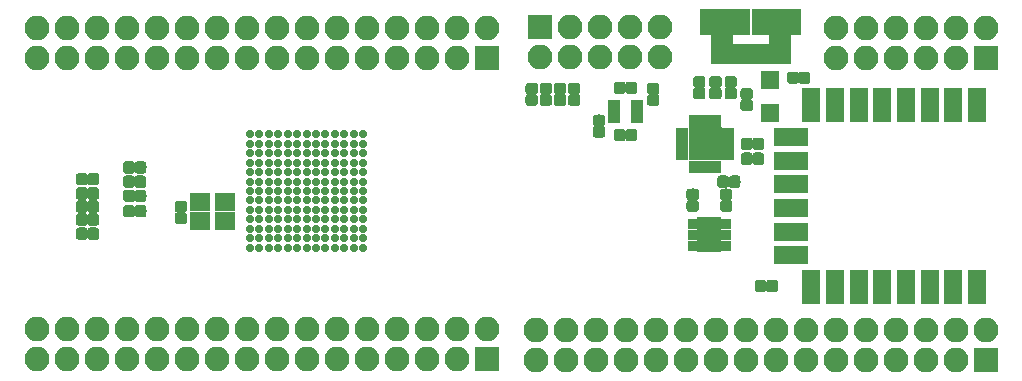
<source format=gbr>
G04 #@! TF.GenerationSoftware,KiCad,Pcbnew,5.0.0-rc3-unknown-101b68b~65~ubuntu16.04.1*
G04 #@! TF.CreationDate,2018-07-05T16:56:31+02:00*
G04 #@! TF.ProjectId,roboy_sno,726F626F795F736E6F2E6B696361645F,rev?*
G04 #@! TF.SameCoordinates,Original*
G04 #@! TF.FileFunction,Soldermask,Top*
G04 #@! TF.FilePolarity,Negative*
%FSLAX46Y46*%
G04 Gerber Fmt 4.6, Leading zero omitted, Abs format (unit mm)*
G04 Created by KiCad (PCBNEW 5.0.0-rc3-unknown-101b68b~65~ubuntu16.04.1) date Thu Jul  5 16:56:31 2018*
%MOMM*%
%LPD*%
G01*
G04 APERTURE LIST*
%ADD10C,0.100000*%
%ADD11C,0.990000*%
%ADD12R,1.500000X1.500000*%
%ADD13R,0.850000X1.780000*%
%ADD14R,1.875000X2.500000*%
%ADD15R,2.775000X2.300000*%
%ADD16R,1.575000X2.300000*%
%ADD17R,1.050000X0.800000*%
%ADD18R,1.030000X0.850000*%
%ADD19R,1.250000X1.700000*%
%ADD20R,1.700000X1.500000*%
%ADD21C,0.720000*%
%ADD22R,1.500000X2.900000*%
%ADD23R,2.900000X1.500000*%
%ADD24R,1.130000X0.700000*%
%ADD25R,0.700000X1.130000*%
%ADD26R,1.650000X1.650000*%
%ADD27R,2.100000X2.100000*%
%ADD28O,2.100000X2.100000*%
G04 APERTURE END LIST*
D10*
G04 #@! TO.C,C1*
G36*
X122486759Y-122981192D02*
X122510785Y-122984756D01*
X122534345Y-122990657D01*
X122557214Y-122998840D01*
X122579171Y-123009224D01*
X122600004Y-123021711D01*
X122619512Y-123036180D01*
X122637509Y-123052491D01*
X122653820Y-123070488D01*
X122668289Y-123089996D01*
X122680776Y-123110829D01*
X122691160Y-123132786D01*
X122699343Y-123155655D01*
X122705244Y-123179215D01*
X122708808Y-123203241D01*
X122710000Y-123227500D01*
X122710000Y-123772500D01*
X122708808Y-123796759D01*
X122705244Y-123820785D01*
X122699343Y-123844345D01*
X122691160Y-123867214D01*
X122680776Y-123889171D01*
X122668289Y-123910004D01*
X122653820Y-123929512D01*
X122637509Y-123947509D01*
X122619512Y-123963820D01*
X122600004Y-123978289D01*
X122579171Y-123990776D01*
X122557214Y-124001160D01*
X122534345Y-124009343D01*
X122510785Y-124015244D01*
X122486759Y-124018808D01*
X122462500Y-124020000D01*
X121967500Y-124020000D01*
X121943241Y-124018808D01*
X121919215Y-124015244D01*
X121895655Y-124009343D01*
X121872786Y-124001160D01*
X121850829Y-123990776D01*
X121829996Y-123978289D01*
X121810488Y-123963820D01*
X121792491Y-123947509D01*
X121776180Y-123929512D01*
X121761711Y-123910004D01*
X121749224Y-123889171D01*
X121738840Y-123867214D01*
X121730657Y-123844345D01*
X121724756Y-123820785D01*
X121721192Y-123796759D01*
X121720000Y-123772500D01*
X121720000Y-123227500D01*
X121721192Y-123203241D01*
X121724756Y-123179215D01*
X121730657Y-123155655D01*
X121738840Y-123132786D01*
X121749224Y-123110829D01*
X121761711Y-123089996D01*
X121776180Y-123070488D01*
X121792491Y-123052491D01*
X121810488Y-123036180D01*
X121829996Y-123021711D01*
X121850829Y-123009224D01*
X121872786Y-122998840D01*
X121895655Y-122990657D01*
X121919215Y-122984756D01*
X121943241Y-122981192D01*
X121967500Y-122980000D01*
X122462500Y-122980000D01*
X122486759Y-122981192D01*
X122486759Y-122981192D01*
G37*
D11*
X122215000Y-123500000D03*
D10*
G36*
X123456759Y-122981192D02*
X123480785Y-122984756D01*
X123504345Y-122990657D01*
X123527214Y-122998840D01*
X123549171Y-123009224D01*
X123570004Y-123021711D01*
X123589512Y-123036180D01*
X123607509Y-123052491D01*
X123623820Y-123070488D01*
X123638289Y-123089996D01*
X123650776Y-123110829D01*
X123661160Y-123132786D01*
X123669343Y-123155655D01*
X123675244Y-123179215D01*
X123678808Y-123203241D01*
X123680000Y-123227500D01*
X123680000Y-123772500D01*
X123678808Y-123796759D01*
X123675244Y-123820785D01*
X123669343Y-123844345D01*
X123661160Y-123867214D01*
X123650776Y-123889171D01*
X123638289Y-123910004D01*
X123623820Y-123929512D01*
X123607509Y-123947509D01*
X123589512Y-123963820D01*
X123570004Y-123978289D01*
X123549171Y-123990776D01*
X123527214Y-124001160D01*
X123504345Y-124009343D01*
X123480785Y-124015244D01*
X123456759Y-124018808D01*
X123432500Y-124020000D01*
X122937500Y-124020000D01*
X122913241Y-124018808D01*
X122889215Y-124015244D01*
X122865655Y-124009343D01*
X122842786Y-124001160D01*
X122820829Y-123990776D01*
X122799996Y-123978289D01*
X122780488Y-123963820D01*
X122762491Y-123947509D01*
X122746180Y-123929512D01*
X122731711Y-123910004D01*
X122719224Y-123889171D01*
X122708840Y-123867214D01*
X122700657Y-123844345D01*
X122694756Y-123820785D01*
X122691192Y-123796759D01*
X122690000Y-123772500D01*
X122690000Y-123227500D01*
X122691192Y-123203241D01*
X122694756Y-123179215D01*
X122700657Y-123155655D01*
X122708840Y-123132786D01*
X122719224Y-123110829D01*
X122731711Y-123089996D01*
X122746180Y-123070488D01*
X122762491Y-123052491D01*
X122780488Y-123036180D01*
X122799996Y-123021711D01*
X122820829Y-123009224D01*
X122842786Y-122998840D01*
X122865655Y-122990657D01*
X122889215Y-122984756D01*
X122913241Y-122981192D01*
X122937500Y-122980000D01*
X123432500Y-122980000D01*
X123456759Y-122981192D01*
X123456759Y-122981192D01*
G37*
D11*
X123185000Y-123500000D03*
G04 #@! TD*
D10*
G04 #@! TO.C,C2*
G36*
X170226759Y-125291192D02*
X170250785Y-125294756D01*
X170274345Y-125300657D01*
X170297214Y-125308840D01*
X170319171Y-125319224D01*
X170340004Y-125331711D01*
X170359512Y-125346180D01*
X170377509Y-125362491D01*
X170393820Y-125380488D01*
X170408289Y-125399996D01*
X170420776Y-125420829D01*
X170431160Y-125442786D01*
X170439343Y-125465655D01*
X170445244Y-125489215D01*
X170448808Y-125513241D01*
X170450000Y-125537500D01*
X170450000Y-126032500D01*
X170448808Y-126056759D01*
X170445244Y-126080785D01*
X170439343Y-126104345D01*
X170431160Y-126127214D01*
X170420776Y-126149171D01*
X170408289Y-126170004D01*
X170393820Y-126189512D01*
X170377509Y-126207509D01*
X170359512Y-126223820D01*
X170340004Y-126238289D01*
X170319171Y-126250776D01*
X170297214Y-126261160D01*
X170274345Y-126269343D01*
X170250785Y-126275244D01*
X170226759Y-126278808D01*
X170202500Y-126280000D01*
X169657500Y-126280000D01*
X169633241Y-126278808D01*
X169609215Y-126275244D01*
X169585655Y-126269343D01*
X169562786Y-126261160D01*
X169540829Y-126250776D01*
X169519996Y-126238289D01*
X169500488Y-126223820D01*
X169482491Y-126207509D01*
X169466180Y-126189512D01*
X169451711Y-126170004D01*
X169439224Y-126149171D01*
X169428840Y-126127214D01*
X169420657Y-126104345D01*
X169414756Y-126080785D01*
X169411192Y-126056759D01*
X169410000Y-126032500D01*
X169410000Y-125537500D01*
X169411192Y-125513241D01*
X169414756Y-125489215D01*
X169420657Y-125465655D01*
X169428840Y-125442786D01*
X169439224Y-125420829D01*
X169451711Y-125399996D01*
X169466180Y-125380488D01*
X169482491Y-125362491D01*
X169500488Y-125346180D01*
X169519996Y-125331711D01*
X169540829Y-125319224D01*
X169562786Y-125308840D01*
X169585655Y-125300657D01*
X169609215Y-125294756D01*
X169633241Y-125291192D01*
X169657500Y-125290000D01*
X170202500Y-125290000D01*
X170226759Y-125291192D01*
X170226759Y-125291192D01*
G37*
D11*
X169930000Y-125785000D03*
D10*
G36*
X170226759Y-126261192D02*
X170250785Y-126264756D01*
X170274345Y-126270657D01*
X170297214Y-126278840D01*
X170319171Y-126289224D01*
X170340004Y-126301711D01*
X170359512Y-126316180D01*
X170377509Y-126332491D01*
X170393820Y-126350488D01*
X170408289Y-126369996D01*
X170420776Y-126390829D01*
X170431160Y-126412786D01*
X170439343Y-126435655D01*
X170445244Y-126459215D01*
X170448808Y-126483241D01*
X170450000Y-126507500D01*
X170450000Y-127002500D01*
X170448808Y-127026759D01*
X170445244Y-127050785D01*
X170439343Y-127074345D01*
X170431160Y-127097214D01*
X170420776Y-127119171D01*
X170408289Y-127140004D01*
X170393820Y-127159512D01*
X170377509Y-127177509D01*
X170359512Y-127193820D01*
X170340004Y-127208289D01*
X170319171Y-127220776D01*
X170297214Y-127231160D01*
X170274345Y-127239343D01*
X170250785Y-127245244D01*
X170226759Y-127248808D01*
X170202500Y-127250000D01*
X169657500Y-127250000D01*
X169633241Y-127248808D01*
X169609215Y-127245244D01*
X169585655Y-127239343D01*
X169562786Y-127231160D01*
X169540829Y-127220776D01*
X169519996Y-127208289D01*
X169500488Y-127193820D01*
X169482491Y-127177509D01*
X169466180Y-127159512D01*
X169451711Y-127140004D01*
X169439224Y-127119171D01*
X169428840Y-127097214D01*
X169420657Y-127074345D01*
X169414756Y-127050785D01*
X169411192Y-127026759D01*
X169410000Y-127002500D01*
X169410000Y-126507500D01*
X169411192Y-126483241D01*
X169414756Y-126459215D01*
X169420657Y-126435655D01*
X169428840Y-126412786D01*
X169439224Y-126390829D01*
X169451711Y-126369996D01*
X169466180Y-126350488D01*
X169482491Y-126332491D01*
X169500488Y-126316180D01*
X169519996Y-126301711D01*
X169540829Y-126289224D01*
X169562786Y-126278840D01*
X169585655Y-126270657D01*
X169609215Y-126264756D01*
X169633241Y-126261192D01*
X169657500Y-126260000D01*
X170202500Y-126260000D01*
X170226759Y-126261192D01*
X170226759Y-126261192D01*
G37*
D11*
X169930000Y-126755000D03*
G04 #@! TD*
D10*
G04 #@! TO.C,C3*
G36*
X123441759Y-124181192D02*
X123465785Y-124184756D01*
X123489345Y-124190657D01*
X123512214Y-124198840D01*
X123534171Y-124209224D01*
X123555004Y-124221711D01*
X123574512Y-124236180D01*
X123592509Y-124252491D01*
X123608820Y-124270488D01*
X123623289Y-124289996D01*
X123635776Y-124310829D01*
X123646160Y-124332786D01*
X123654343Y-124355655D01*
X123660244Y-124379215D01*
X123663808Y-124403241D01*
X123665000Y-124427500D01*
X123665000Y-124972500D01*
X123663808Y-124996759D01*
X123660244Y-125020785D01*
X123654343Y-125044345D01*
X123646160Y-125067214D01*
X123635776Y-125089171D01*
X123623289Y-125110004D01*
X123608820Y-125129512D01*
X123592509Y-125147509D01*
X123574512Y-125163820D01*
X123555004Y-125178289D01*
X123534171Y-125190776D01*
X123512214Y-125201160D01*
X123489345Y-125209343D01*
X123465785Y-125215244D01*
X123441759Y-125218808D01*
X123417500Y-125220000D01*
X122922500Y-125220000D01*
X122898241Y-125218808D01*
X122874215Y-125215244D01*
X122850655Y-125209343D01*
X122827786Y-125201160D01*
X122805829Y-125190776D01*
X122784996Y-125178289D01*
X122765488Y-125163820D01*
X122747491Y-125147509D01*
X122731180Y-125129512D01*
X122716711Y-125110004D01*
X122704224Y-125089171D01*
X122693840Y-125067214D01*
X122685657Y-125044345D01*
X122679756Y-125020785D01*
X122676192Y-124996759D01*
X122675000Y-124972500D01*
X122675000Y-124427500D01*
X122676192Y-124403241D01*
X122679756Y-124379215D01*
X122685657Y-124355655D01*
X122693840Y-124332786D01*
X122704224Y-124310829D01*
X122716711Y-124289996D01*
X122731180Y-124270488D01*
X122747491Y-124252491D01*
X122765488Y-124236180D01*
X122784996Y-124221711D01*
X122805829Y-124209224D01*
X122827786Y-124198840D01*
X122850655Y-124190657D01*
X122874215Y-124184756D01*
X122898241Y-124181192D01*
X122922500Y-124180000D01*
X123417500Y-124180000D01*
X123441759Y-124181192D01*
X123441759Y-124181192D01*
G37*
D11*
X123170000Y-124700000D03*
D10*
G36*
X122471759Y-124181192D02*
X122495785Y-124184756D01*
X122519345Y-124190657D01*
X122542214Y-124198840D01*
X122564171Y-124209224D01*
X122585004Y-124221711D01*
X122604512Y-124236180D01*
X122622509Y-124252491D01*
X122638820Y-124270488D01*
X122653289Y-124289996D01*
X122665776Y-124310829D01*
X122676160Y-124332786D01*
X122684343Y-124355655D01*
X122690244Y-124379215D01*
X122693808Y-124403241D01*
X122695000Y-124427500D01*
X122695000Y-124972500D01*
X122693808Y-124996759D01*
X122690244Y-125020785D01*
X122684343Y-125044345D01*
X122676160Y-125067214D01*
X122665776Y-125089171D01*
X122653289Y-125110004D01*
X122638820Y-125129512D01*
X122622509Y-125147509D01*
X122604512Y-125163820D01*
X122585004Y-125178289D01*
X122564171Y-125190776D01*
X122542214Y-125201160D01*
X122519345Y-125209343D01*
X122495785Y-125215244D01*
X122471759Y-125218808D01*
X122447500Y-125220000D01*
X121952500Y-125220000D01*
X121928241Y-125218808D01*
X121904215Y-125215244D01*
X121880655Y-125209343D01*
X121857786Y-125201160D01*
X121835829Y-125190776D01*
X121814996Y-125178289D01*
X121795488Y-125163820D01*
X121777491Y-125147509D01*
X121761180Y-125129512D01*
X121746711Y-125110004D01*
X121734224Y-125089171D01*
X121723840Y-125067214D01*
X121715657Y-125044345D01*
X121709756Y-125020785D01*
X121706192Y-124996759D01*
X121705000Y-124972500D01*
X121705000Y-124427500D01*
X121706192Y-124403241D01*
X121709756Y-124379215D01*
X121715657Y-124355655D01*
X121723840Y-124332786D01*
X121734224Y-124310829D01*
X121746711Y-124289996D01*
X121761180Y-124270488D01*
X121777491Y-124252491D01*
X121795488Y-124236180D01*
X121814996Y-124221711D01*
X121835829Y-124209224D01*
X121857786Y-124198840D01*
X121880655Y-124190657D01*
X121904215Y-124184756D01*
X121928241Y-124181192D01*
X121952500Y-124180000D01*
X122447500Y-124180000D01*
X122471759Y-124181192D01*
X122471759Y-124181192D01*
G37*
D11*
X122200000Y-124700000D03*
G04 #@! TD*
D10*
G04 #@! TO.C,C4*
G36*
X122486759Y-125381192D02*
X122510785Y-125384756D01*
X122534345Y-125390657D01*
X122557214Y-125398840D01*
X122579171Y-125409224D01*
X122600004Y-125421711D01*
X122619512Y-125436180D01*
X122637509Y-125452491D01*
X122653820Y-125470488D01*
X122668289Y-125489996D01*
X122680776Y-125510829D01*
X122691160Y-125532786D01*
X122699343Y-125555655D01*
X122705244Y-125579215D01*
X122708808Y-125603241D01*
X122710000Y-125627500D01*
X122710000Y-126172500D01*
X122708808Y-126196759D01*
X122705244Y-126220785D01*
X122699343Y-126244345D01*
X122691160Y-126267214D01*
X122680776Y-126289171D01*
X122668289Y-126310004D01*
X122653820Y-126329512D01*
X122637509Y-126347509D01*
X122619512Y-126363820D01*
X122600004Y-126378289D01*
X122579171Y-126390776D01*
X122557214Y-126401160D01*
X122534345Y-126409343D01*
X122510785Y-126415244D01*
X122486759Y-126418808D01*
X122462500Y-126420000D01*
X121967500Y-126420000D01*
X121943241Y-126418808D01*
X121919215Y-126415244D01*
X121895655Y-126409343D01*
X121872786Y-126401160D01*
X121850829Y-126390776D01*
X121829996Y-126378289D01*
X121810488Y-126363820D01*
X121792491Y-126347509D01*
X121776180Y-126329512D01*
X121761711Y-126310004D01*
X121749224Y-126289171D01*
X121738840Y-126267214D01*
X121730657Y-126244345D01*
X121724756Y-126220785D01*
X121721192Y-126196759D01*
X121720000Y-126172500D01*
X121720000Y-125627500D01*
X121721192Y-125603241D01*
X121724756Y-125579215D01*
X121730657Y-125555655D01*
X121738840Y-125532786D01*
X121749224Y-125510829D01*
X121761711Y-125489996D01*
X121776180Y-125470488D01*
X121792491Y-125452491D01*
X121810488Y-125436180D01*
X121829996Y-125421711D01*
X121850829Y-125409224D01*
X121872786Y-125398840D01*
X121895655Y-125390657D01*
X121919215Y-125384756D01*
X121943241Y-125381192D01*
X121967500Y-125380000D01*
X122462500Y-125380000D01*
X122486759Y-125381192D01*
X122486759Y-125381192D01*
G37*
D11*
X122215000Y-125900000D03*
D10*
G36*
X123456759Y-125381192D02*
X123480785Y-125384756D01*
X123504345Y-125390657D01*
X123527214Y-125398840D01*
X123549171Y-125409224D01*
X123570004Y-125421711D01*
X123589512Y-125436180D01*
X123607509Y-125452491D01*
X123623820Y-125470488D01*
X123638289Y-125489996D01*
X123650776Y-125510829D01*
X123661160Y-125532786D01*
X123669343Y-125555655D01*
X123675244Y-125579215D01*
X123678808Y-125603241D01*
X123680000Y-125627500D01*
X123680000Y-126172500D01*
X123678808Y-126196759D01*
X123675244Y-126220785D01*
X123669343Y-126244345D01*
X123661160Y-126267214D01*
X123650776Y-126289171D01*
X123638289Y-126310004D01*
X123623820Y-126329512D01*
X123607509Y-126347509D01*
X123589512Y-126363820D01*
X123570004Y-126378289D01*
X123549171Y-126390776D01*
X123527214Y-126401160D01*
X123504345Y-126409343D01*
X123480785Y-126415244D01*
X123456759Y-126418808D01*
X123432500Y-126420000D01*
X122937500Y-126420000D01*
X122913241Y-126418808D01*
X122889215Y-126415244D01*
X122865655Y-126409343D01*
X122842786Y-126401160D01*
X122820829Y-126390776D01*
X122799996Y-126378289D01*
X122780488Y-126363820D01*
X122762491Y-126347509D01*
X122746180Y-126329512D01*
X122731711Y-126310004D01*
X122719224Y-126289171D01*
X122708840Y-126267214D01*
X122700657Y-126244345D01*
X122694756Y-126220785D01*
X122691192Y-126196759D01*
X122690000Y-126172500D01*
X122690000Y-125627500D01*
X122691192Y-125603241D01*
X122694756Y-125579215D01*
X122700657Y-125555655D01*
X122708840Y-125532786D01*
X122719224Y-125510829D01*
X122731711Y-125489996D01*
X122746180Y-125470488D01*
X122762491Y-125452491D01*
X122780488Y-125436180D01*
X122799996Y-125421711D01*
X122820829Y-125409224D01*
X122842786Y-125398840D01*
X122865655Y-125390657D01*
X122889215Y-125384756D01*
X122913241Y-125381192D01*
X122937500Y-125380000D01*
X123432500Y-125380000D01*
X123456759Y-125381192D01*
X123456759Y-125381192D01*
G37*
D11*
X123185000Y-125900000D03*
G04 #@! TD*
D10*
G04 #@! TO.C,C5*
G36*
X123456759Y-126681192D02*
X123480785Y-126684756D01*
X123504345Y-126690657D01*
X123527214Y-126698840D01*
X123549171Y-126709224D01*
X123570004Y-126721711D01*
X123589512Y-126736180D01*
X123607509Y-126752491D01*
X123623820Y-126770488D01*
X123638289Y-126789996D01*
X123650776Y-126810829D01*
X123661160Y-126832786D01*
X123669343Y-126855655D01*
X123675244Y-126879215D01*
X123678808Y-126903241D01*
X123680000Y-126927500D01*
X123680000Y-127472500D01*
X123678808Y-127496759D01*
X123675244Y-127520785D01*
X123669343Y-127544345D01*
X123661160Y-127567214D01*
X123650776Y-127589171D01*
X123638289Y-127610004D01*
X123623820Y-127629512D01*
X123607509Y-127647509D01*
X123589512Y-127663820D01*
X123570004Y-127678289D01*
X123549171Y-127690776D01*
X123527214Y-127701160D01*
X123504345Y-127709343D01*
X123480785Y-127715244D01*
X123456759Y-127718808D01*
X123432500Y-127720000D01*
X122937500Y-127720000D01*
X122913241Y-127718808D01*
X122889215Y-127715244D01*
X122865655Y-127709343D01*
X122842786Y-127701160D01*
X122820829Y-127690776D01*
X122799996Y-127678289D01*
X122780488Y-127663820D01*
X122762491Y-127647509D01*
X122746180Y-127629512D01*
X122731711Y-127610004D01*
X122719224Y-127589171D01*
X122708840Y-127567214D01*
X122700657Y-127544345D01*
X122694756Y-127520785D01*
X122691192Y-127496759D01*
X122690000Y-127472500D01*
X122690000Y-126927500D01*
X122691192Y-126903241D01*
X122694756Y-126879215D01*
X122700657Y-126855655D01*
X122708840Y-126832786D01*
X122719224Y-126810829D01*
X122731711Y-126789996D01*
X122746180Y-126770488D01*
X122762491Y-126752491D01*
X122780488Y-126736180D01*
X122799996Y-126721711D01*
X122820829Y-126709224D01*
X122842786Y-126698840D01*
X122865655Y-126690657D01*
X122889215Y-126684756D01*
X122913241Y-126681192D01*
X122937500Y-126680000D01*
X123432500Y-126680000D01*
X123456759Y-126681192D01*
X123456759Y-126681192D01*
G37*
D11*
X123185000Y-127200000D03*
D10*
G36*
X122486759Y-126681192D02*
X122510785Y-126684756D01*
X122534345Y-126690657D01*
X122557214Y-126698840D01*
X122579171Y-126709224D01*
X122600004Y-126721711D01*
X122619512Y-126736180D01*
X122637509Y-126752491D01*
X122653820Y-126770488D01*
X122668289Y-126789996D01*
X122680776Y-126810829D01*
X122691160Y-126832786D01*
X122699343Y-126855655D01*
X122705244Y-126879215D01*
X122708808Y-126903241D01*
X122710000Y-126927500D01*
X122710000Y-127472500D01*
X122708808Y-127496759D01*
X122705244Y-127520785D01*
X122699343Y-127544345D01*
X122691160Y-127567214D01*
X122680776Y-127589171D01*
X122668289Y-127610004D01*
X122653820Y-127629512D01*
X122637509Y-127647509D01*
X122619512Y-127663820D01*
X122600004Y-127678289D01*
X122579171Y-127690776D01*
X122557214Y-127701160D01*
X122534345Y-127709343D01*
X122510785Y-127715244D01*
X122486759Y-127718808D01*
X122462500Y-127720000D01*
X121967500Y-127720000D01*
X121943241Y-127718808D01*
X121919215Y-127715244D01*
X121895655Y-127709343D01*
X121872786Y-127701160D01*
X121850829Y-127690776D01*
X121829996Y-127678289D01*
X121810488Y-127663820D01*
X121792491Y-127647509D01*
X121776180Y-127629512D01*
X121761711Y-127610004D01*
X121749224Y-127589171D01*
X121738840Y-127567214D01*
X121730657Y-127544345D01*
X121724756Y-127520785D01*
X121721192Y-127496759D01*
X121720000Y-127472500D01*
X121720000Y-126927500D01*
X121721192Y-126903241D01*
X121724756Y-126879215D01*
X121730657Y-126855655D01*
X121738840Y-126832786D01*
X121749224Y-126810829D01*
X121761711Y-126789996D01*
X121776180Y-126770488D01*
X121792491Y-126752491D01*
X121810488Y-126736180D01*
X121829996Y-126721711D01*
X121850829Y-126709224D01*
X121872786Y-126698840D01*
X121895655Y-126690657D01*
X121919215Y-126684756D01*
X121943241Y-126681192D01*
X121967500Y-126680000D01*
X122462500Y-126680000D01*
X122486759Y-126681192D01*
X122486759Y-126681192D01*
G37*
D11*
X122215000Y-127200000D03*
G04 #@! TD*
D10*
G04 #@! TO.C,C6*
G36*
X173066759Y-126261192D02*
X173090785Y-126264756D01*
X173114345Y-126270657D01*
X173137214Y-126278840D01*
X173159171Y-126289224D01*
X173180004Y-126301711D01*
X173199512Y-126316180D01*
X173217509Y-126332491D01*
X173233820Y-126350488D01*
X173248289Y-126369996D01*
X173260776Y-126390829D01*
X173271160Y-126412786D01*
X173279343Y-126435655D01*
X173285244Y-126459215D01*
X173288808Y-126483241D01*
X173290000Y-126507500D01*
X173290000Y-127002500D01*
X173288808Y-127026759D01*
X173285244Y-127050785D01*
X173279343Y-127074345D01*
X173271160Y-127097214D01*
X173260776Y-127119171D01*
X173248289Y-127140004D01*
X173233820Y-127159512D01*
X173217509Y-127177509D01*
X173199512Y-127193820D01*
X173180004Y-127208289D01*
X173159171Y-127220776D01*
X173137214Y-127231160D01*
X173114345Y-127239343D01*
X173090785Y-127245244D01*
X173066759Y-127248808D01*
X173042500Y-127250000D01*
X172497500Y-127250000D01*
X172473241Y-127248808D01*
X172449215Y-127245244D01*
X172425655Y-127239343D01*
X172402786Y-127231160D01*
X172380829Y-127220776D01*
X172359996Y-127208289D01*
X172340488Y-127193820D01*
X172322491Y-127177509D01*
X172306180Y-127159512D01*
X172291711Y-127140004D01*
X172279224Y-127119171D01*
X172268840Y-127097214D01*
X172260657Y-127074345D01*
X172254756Y-127050785D01*
X172251192Y-127026759D01*
X172250000Y-127002500D01*
X172250000Y-126507500D01*
X172251192Y-126483241D01*
X172254756Y-126459215D01*
X172260657Y-126435655D01*
X172268840Y-126412786D01*
X172279224Y-126390829D01*
X172291711Y-126369996D01*
X172306180Y-126350488D01*
X172322491Y-126332491D01*
X172340488Y-126316180D01*
X172359996Y-126301711D01*
X172380829Y-126289224D01*
X172402786Y-126278840D01*
X172425655Y-126270657D01*
X172449215Y-126264756D01*
X172473241Y-126261192D01*
X172497500Y-126260000D01*
X173042500Y-126260000D01*
X173066759Y-126261192D01*
X173066759Y-126261192D01*
G37*
D11*
X172770000Y-126755000D03*
D10*
G36*
X173066759Y-125291192D02*
X173090785Y-125294756D01*
X173114345Y-125300657D01*
X173137214Y-125308840D01*
X173159171Y-125319224D01*
X173180004Y-125331711D01*
X173199512Y-125346180D01*
X173217509Y-125362491D01*
X173233820Y-125380488D01*
X173248289Y-125399996D01*
X173260776Y-125420829D01*
X173271160Y-125442786D01*
X173279343Y-125465655D01*
X173285244Y-125489215D01*
X173288808Y-125513241D01*
X173290000Y-125537500D01*
X173290000Y-126032500D01*
X173288808Y-126056759D01*
X173285244Y-126080785D01*
X173279343Y-126104345D01*
X173271160Y-126127214D01*
X173260776Y-126149171D01*
X173248289Y-126170004D01*
X173233820Y-126189512D01*
X173217509Y-126207509D01*
X173199512Y-126223820D01*
X173180004Y-126238289D01*
X173159171Y-126250776D01*
X173137214Y-126261160D01*
X173114345Y-126269343D01*
X173090785Y-126275244D01*
X173066759Y-126278808D01*
X173042500Y-126280000D01*
X172497500Y-126280000D01*
X172473241Y-126278808D01*
X172449215Y-126275244D01*
X172425655Y-126269343D01*
X172402786Y-126261160D01*
X172380829Y-126250776D01*
X172359996Y-126238289D01*
X172340488Y-126223820D01*
X172322491Y-126207509D01*
X172306180Y-126189512D01*
X172291711Y-126170004D01*
X172279224Y-126149171D01*
X172268840Y-126127214D01*
X172260657Y-126104345D01*
X172254756Y-126080785D01*
X172251192Y-126056759D01*
X172250000Y-126032500D01*
X172250000Y-125537500D01*
X172251192Y-125513241D01*
X172254756Y-125489215D01*
X172260657Y-125465655D01*
X172268840Y-125442786D01*
X172279224Y-125420829D01*
X172291711Y-125399996D01*
X172306180Y-125380488D01*
X172322491Y-125362491D01*
X172340488Y-125346180D01*
X172359996Y-125331711D01*
X172380829Y-125319224D01*
X172402786Y-125308840D01*
X172425655Y-125300657D01*
X172449215Y-125294756D01*
X172473241Y-125291192D01*
X172497500Y-125290000D01*
X173042500Y-125290000D01*
X173066759Y-125291192D01*
X173066759Y-125291192D01*
G37*
D11*
X172770000Y-125785000D03*
G04 #@! TD*
D10*
G04 #@! TO.C,C7*
G36*
X178701759Y-115381192D02*
X178725785Y-115384756D01*
X178749345Y-115390657D01*
X178772214Y-115398840D01*
X178794171Y-115409224D01*
X178815004Y-115421711D01*
X178834512Y-115436180D01*
X178852509Y-115452491D01*
X178868820Y-115470488D01*
X178883289Y-115489996D01*
X178895776Y-115510829D01*
X178906160Y-115532786D01*
X178914343Y-115555655D01*
X178920244Y-115579215D01*
X178923808Y-115603241D01*
X178925000Y-115627500D01*
X178925000Y-116172500D01*
X178923808Y-116196759D01*
X178920244Y-116220785D01*
X178914343Y-116244345D01*
X178906160Y-116267214D01*
X178895776Y-116289171D01*
X178883289Y-116310004D01*
X178868820Y-116329512D01*
X178852509Y-116347509D01*
X178834512Y-116363820D01*
X178815004Y-116378289D01*
X178794171Y-116390776D01*
X178772214Y-116401160D01*
X178749345Y-116409343D01*
X178725785Y-116415244D01*
X178701759Y-116418808D01*
X178677500Y-116420000D01*
X178182500Y-116420000D01*
X178158241Y-116418808D01*
X178134215Y-116415244D01*
X178110655Y-116409343D01*
X178087786Y-116401160D01*
X178065829Y-116390776D01*
X178044996Y-116378289D01*
X178025488Y-116363820D01*
X178007491Y-116347509D01*
X177991180Y-116329512D01*
X177976711Y-116310004D01*
X177964224Y-116289171D01*
X177953840Y-116267214D01*
X177945657Y-116244345D01*
X177939756Y-116220785D01*
X177936192Y-116196759D01*
X177935000Y-116172500D01*
X177935000Y-115627500D01*
X177936192Y-115603241D01*
X177939756Y-115579215D01*
X177945657Y-115555655D01*
X177953840Y-115532786D01*
X177964224Y-115510829D01*
X177976711Y-115489996D01*
X177991180Y-115470488D01*
X178007491Y-115452491D01*
X178025488Y-115436180D01*
X178044996Y-115421711D01*
X178065829Y-115409224D01*
X178087786Y-115398840D01*
X178110655Y-115390657D01*
X178134215Y-115384756D01*
X178158241Y-115381192D01*
X178182500Y-115380000D01*
X178677500Y-115380000D01*
X178701759Y-115381192D01*
X178701759Y-115381192D01*
G37*
D11*
X178430000Y-115900000D03*
D10*
G36*
X179671759Y-115381192D02*
X179695785Y-115384756D01*
X179719345Y-115390657D01*
X179742214Y-115398840D01*
X179764171Y-115409224D01*
X179785004Y-115421711D01*
X179804512Y-115436180D01*
X179822509Y-115452491D01*
X179838820Y-115470488D01*
X179853289Y-115489996D01*
X179865776Y-115510829D01*
X179876160Y-115532786D01*
X179884343Y-115555655D01*
X179890244Y-115579215D01*
X179893808Y-115603241D01*
X179895000Y-115627500D01*
X179895000Y-116172500D01*
X179893808Y-116196759D01*
X179890244Y-116220785D01*
X179884343Y-116244345D01*
X179876160Y-116267214D01*
X179865776Y-116289171D01*
X179853289Y-116310004D01*
X179838820Y-116329512D01*
X179822509Y-116347509D01*
X179804512Y-116363820D01*
X179785004Y-116378289D01*
X179764171Y-116390776D01*
X179742214Y-116401160D01*
X179719345Y-116409343D01*
X179695785Y-116415244D01*
X179671759Y-116418808D01*
X179647500Y-116420000D01*
X179152500Y-116420000D01*
X179128241Y-116418808D01*
X179104215Y-116415244D01*
X179080655Y-116409343D01*
X179057786Y-116401160D01*
X179035829Y-116390776D01*
X179014996Y-116378289D01*
X178995488Y-116363820D01*
X178977491Y-116347509D01*
X178961180Y-116329512D01*
X178946711Y-116310004D01*
X178934224Y-116289171D01*
X178923840Y-116267214D01*
X178915657Y-116244345D01*
X178909756Y-116220785D01*
X178906192Y-116196759D01*
X178905000Y-116172500D01*
X178905000Y-115627500D01*
X178906192Y-115603241D01*
X178909756Y-115579215D01*
X178915657Y-115555655D01*
X178923840Y-115532786D01*
X178934224Y-115510829D01*
X178946711Y-115489996D01*
X178961180Y-115470488D01*
X178977491Y-115452491D01*
X178995488Y-115436180D01*
X179014996Y-115421711D01*
X179035829Y-115409224D01*
X179057786Y-115398840D01*
X179080655Y-115390657D01*
X179104215Y-115384756D01*
X179128241Y-115381192D01*
X179152500Y-115380000D01*
X179647500Y-115380000D01*
X179671759Y-115381192D01*
X179671759Y-115381192D01*
G37*
D11*
X179400000Y-115900000D03*
G04 #@! TD*
D10*
G04 #@! TO.C,C8*
G36*
X170796759Y-115771192D02*
X170820785Y-115774756D01*
X170844345Y-115780657D01*
X170867214Y-115788840D01*
X170889171Y-115799224D01*
X170910004Y-115811711D01*
X170929512Y-115826180D01*
X170947509Y-115842491D01*
X170963820Y-115860488D01*
X170978289Y-115879996D01*
X170990776Y-115900829D01*
X171001160Y-115922786D01*
X171009343Y-115945655D01*
X171015244Y-115969215D01*
X171018808Y-115993241D01*
X171020000Y-116017500D01*
X171020000Y-116512500D01*
X171018808Y-116536759D01*
X171015244Y-116560785D01*
X171009343Y-116584345D01*
X171001160Y-116607214D01*
X170990776Y-116629171D01*
X170978289Y-116650004D01*
X170963820Y-116669512D01*
X170947509Y-116687509D01*
X170929512Y-116703820D01*
X170910004Y-116718289D01*
X170889171Y-116730776D01*
X170867214Y-116741160D01*
X170844345Y-116749343D01*
X170820785Y-116755244D01*
X170796759Y-116758808D01*
X170772500Y-116760000D01*
X170227500Y-116760000D01*
X170203241Y-116758808D01*
X170179215Y-116755244D01*
X170155655Y-116749343D01*
X170132786Y-116741160D01*
X170110829Y-116730776D01*
X170089996Y-116718289D01*
X170070488Y-116703820D01*
X170052491Y-116687509D01*
X170036180Y-116669512D01*
X170021711Y-116650004D01*
X170009224Y-116629171D01*
X169998840Y-116607214D01*
X169990657Y-116584345D01*
X169984756Y-116560785D01*
X169981192Y-116536759D01*
X169980000Y-116512500D01*
X169980000Y-116017500D01*
X169981192Y-115993241D01*
X169984756Y-115969215D01*
X169990657Y-115945655D01*
X169998840Y-115922786D01*
X170009224Y-115900829D01*
X170021711Y-115879996D01*
X170036180Y-115860488D01*
X170052491Y-115842491D01*
X170070488Y-115826180D01*
X170089996Y-115811711D01*
X170110829Y-115799224D01*
X170132786Y-115788840D01*
X170155655Y-115780657D01*
X170179215Y-115774756D01*
X170203241Y-115771192D01*
X170227500Y-115770000D01*
X170772500Y-115770000D01*
X170796759Y-115771192D01*
X170796759Y-115771192D01*
G37*
D11*
X170500000Y-116265000D03*
D10*
G36*
X170796759Y-116741192D02*
X170820785Y-116744756D01*
X170844345Y-116750657D01*
X170867214Y-116758840D01*
X170889171Y-116769224D01*
X170910004Y-116781711D01*
X170929512Y-116796180D01*
X170947509Y-116812491D01*
X170963820Y-116830488D01*
X170978289Y-116849996D01*
X170990776Y-116870829D01*
X171001160Y-116892786D01*
X171009343Y-116915655D01*
X171015244Y-116939215D01*
X171018808Y-116963241D01*
X171020000Y-116987500D01*
X171020000Y-117482500D01*
X171018808Y-117506759D01*
X171015244Y-117530785D01*
X171009343Y-117554345D01*
X171001160Y-117577214D01*
X170990776Y-117599171D01*
X170978289Y-117620004D01*
X170963820Y-117639512D01*
X170947509Y-117657509D01*
X170929512Y-117673820D01*
X170910004Y-117688289D01*
X170889171Y-117700776D01*
X170867214Y-117711160D01*
X170844345Y-117719343D01*
X170820785Y-117725244D01*
X170796759Y-117728808D01*
X170772500Y-117730000D01*
X170227500Y-117730000D01*
X170203241Y-117728808D01*
X170179215Y-117725244D01*
X170155655Y-117719343D01*
X170132786Y-117711160D01*
X170110829Y-117700776D01*
X170089996Y-117688289D01*
X170070488Y-117673820D01*
X170052491Y-117657509D01*
X170036180Y-117639512D01*
X170021711Y-117620004D01*
X170009224Y-117599171D01*
X169998840Y-117577214D01*
X169990657Y-117554345D01*
X169984756Y-117530785D01*
X169981192Y-117506759D01*
X169980000Y-117482500D01*
X169980000Y-116987500D01*
X169981192Y-116963241D01*
X169984756Y-116939215D01*
X169990657Y-116915655D01*
X169998840Y-116892786D01*
X170009224Y-116870829D01*
X170021711Y-116849996D01*
X170036180Y-116830488D01*
X170052491Y-116812491D01*
X170070488Y-116796180D01*
X170089996Y-116781711D01*
X170110829Y-116769224D01*
X170132786Y-116758840D01*
X170155655Y-116750657D01*
X170179215Y-116744756D01*
X170203241Y-116741192D01*
X170227500Y-116740000D01*
X170772500Y-116740000D01*
X170796759Y-116741192D01*
X170796759Y-116741192D01*
G37*
D11*
X170500000Y-117235000D03*
G04 #@! TD*
D10*
G04 #@! TO.C,C9*
G36*
X174786759Y-120981192D02*
X174810785Y-120984756D01*
X174834345Y-120990657D01*
X174857214Y-120998840D01*
X174879171Y-121009224D01*
X174900004Y-121021711D01*
X174919512Y-121036180D01*
X174937509Y-121052491D01*
X174953820Y-121070488D01*
X174968289Y-121089996D01*
X174980776Y-121110829D01*
X174991160Y-121132786D01*
X174999343Y-121155655D01*
X175005244Y-121179215D01*
X175008808Y-121203241D01*
X175010000Y-121227500D01*
X175010000Y-121772500D01*
X175008808Y-121796759D01*
X175005244Y-121820785D01*
X174999343Y-121844345D01*
X174991160Y-121867214D01*
X174980776Y-121889171D01*
X174968289Y-121910004D01*
X174953820Y-121929512D01*
X174937509Y-121947509D01*
X174919512Y-121963820D01*
X174900004Y-121978289D01*
X174879171Y-121990776D01*
X174857214Y-122001160D01*
X174834345Y-122009343D01*
X174810785Y-122015244D01*
X174786759Y-122018808D01*
X174762500Y-122020000D01*
X174267500Y-122020000D01*
X174243241Y-122018808D01*
X174219215Y-122015244D01*
X174195655Y-122009343D01*
X174172786Y-122001160D01*
X174150829Y-121990776D01*
X174129996Y-121978289D01*
X174110488Y-121963820D01*
X174092491Y-121947509D01*
X174076180Y-121929512D01*
X174061711Y-121910004D01*
X174049224Y-121889171D01*
X174038840Y-121867214D01*
X174030657Y-121844345D01*
X174024756Y-121820785D01*
X174021192Y-121796759D01*
X174020000Y-121772500D01*
X174020000Y-121227500D01*
X174021192Y-121203241D01*
X174024756Y-121179215D01*
X174030657Y-121155655D01*
X174038840Y-121132786D01*
X174049224Y-121110829D01*
X174061711Y-121089996D01*
X174076180Y-121070488D01*
X174092491Y-121052491D01*
X174110488Y-121036180D01*
X174129996Y-121021711D01*
X174150829Y-121009224D01*
X174172786Y-120998840D01*
X174195655Y-120990657D01*
X174219215Y-120984756D01*
X174243241Y-120981192D01*
X174267500Y-120980000D01*
X174762500Y-120980000D01*
X174786759Y-120981192D01*
X174786759Y-120981192D01*
G37*
D11*
X174515000Y-121500000D03*
D10*
G36*
X175756759Y-120981192D02*
X175780785Y-120984756D01*
X175804345Y-120990657D01*
X175827214Y-120998840D01*
X175849171Y-121009224D01*
X175870004Y-121021711D01*
X175889512Y-121036180D01*
X175907509Y-121052491D01*
X175923820Y-121070488D01*
X175938289Y-121089996D01*
X175950776Y-121110829D01*
X175961160Y-121132786D01*
X175969343Y-121155655D01*
X175975244Y-121179215D01*
X175978808Y-121203241D01*
X175980000Y-121227500D01*
X175980000Y-121772500D01*
X175978808Y-121796759D01*
X175975244Y-121820785D01*
X175969343Y-121844345D01*
X175961160Y-121867214D01*
X175950776Y-121889171D01*
X175938289Y-121910004D01*
X175923820Y-121929512D01*
X175907509Y-121947509D01*
X175889512Y-121963820D01*
X175870004Y-121978289D01*
X175849171Y-121990776D01*
X175827214Y-122001160D01*
X175804345Y-122009343D01*
X175780785Y-122015244D01*
X175756759Y-122018808D01*
X175732500Y-122020000D01*
X175237500Y-122020000D01*
X175213241Y-122018808D01*
X175189215Y-122015244D01*
X175165655Y-122009343D01*
X175142786Y-122001160D01*
X175120829Y-121990776D01*
X175099996Y-121978289D01*
X175080488Y-121963820D01*
X175062491Y-121947509D01*
X175046180Y-121929512D01*
X175031711Y-121910004D01*
X175019224Y-121889171D01*
X175008840Y-121867214D01*
X175000657Y-121844345D01*
X174994756Y-121820785D01*
X174991192Y-121796759D01*
X174990000Y-121772500D01*
X174990000Y-121227500D01*
X174991192Y-121203241D01*
X174994756Y-121179215D01*
X175000657Y-121155655D01*
X175008840Y-121132786D01*
X175019224Y-121110829D01*
X175031711Y-121089996D01*
X175046180Y-121070488D01*
X175062491Y-121052491D01*
X175080488Y-121036180D01*
X175099996Y-121021711D01*
X175120829Y-121009224D01*
X175142786Y-120998840D01*
X175165655Y-120990657D01*
X175189215Y-120984756D01*
X175213241Y-120981192D01*
X175237500Y-120980000D01*
X175732500Y-120980000D01*
X175756759Y-120981192D01*
X175756759Y-120981192D01*
G37*
D11*
X175485000Y-121500000D03*
G04 #@! TD*
D10*
G04 #@! TO.C,C10*
G36*
X173756759Y-124181192D02*
X173780785Y-124184756D01*
X173804345Y-124190657D01*
X173827214Y-124198840D01*
X173849171Y-124209224D01*
X173870004Y-124221711D01*
X173889512Y-124236180D01*
X173907509Y-124252491D01*
X173923820Y-124270488D01*
X173938289Y-124289996D01*
X173950776Y-124310829D01*
X173961160Y-124332786D01*
X173969343Y-124355655D01*
X173975244Y-124379215D01*
X173978808Y-124403241D01*
X173980000Y-124427500D01*
X173980000Y-124972500D01*
X173978808Y-124996759D01*
X173975244Y-125020785D01*
X173969343Y-125044345D01*
X173961160Y-125067214D01*
X173950776Y-125089171D01*
X173938289Y-125110004D01*
X173923820Y-125129512D01*
X173907509Y-125147509D01*
X173889512Y-125163820D01*
X173870004Y-125178289D01*
X173849171Y-125190776D01*
X173827214Y-125201160D01*
X173804345Y-125209343D01*
X173780785Y-125215244D01*
X173756759Y-125218808D01*
X173732500Y-125220000D01*
X173237500Y-125220000D01*
X173213241Y-125218808D01*
X173189215Y-125215244D01*
X173165655Y-125209343D01*
X173142786Y-125201160D01*
X173120829Y-125190776D01*
X173099996Y-125178289D01*
X173080488Y-125163820D01*
X173062491Y-125147509D01*
X173046180Y-125129512D01*
X173031711Y-125110004D01*
X173019224Y-125089171D01*
X173008840Y-125067214D01*
X173000657Y-125044345D01*
X172994756Y-125020785D01*
X172991192Y-124996759D01*
X172990000Y-124972500D01*
X172990000Y-124427500D01*
X172991192Y-124403241D01*
X172994756Y-124379215D01*
X173000657Y-124355655D01*
X173008840Y-124332786D01*
X173019224Y-124310829D01*
X173031711Y-124289996D01*
X173046180Y-124270488D01*
X173062491Y-124252491D01*
X173080488Y-124236180D01*
X173099996Y-124221711D01*
X173120829Y-124209224D01*
X173142786Y-124198840D01*
X173165655Y-124190657D01*
X173189215Y-124184756D01*
X173213241Y-124181192D01*
X173237500Y-124180000D01*
X173732500Y-124180000D01*
X173756759Y-124181192D01*
X173756759Y-124181192D01*
G37*
D11*
X173485000Y-124700000D03*
D10*
G36*
X172786759Y-124181192D02*
X172810785Y-124184756D01*
X172834345Y-124190657D01*
X172857214Y-124198840D01*
X172879171Y-124209224D01*
X172900004Y-124221711D01*
X172919512Y-124236180D01*
X172937509Y-124252491D01*
X172953820Y-124270488D01*
X172968289Y-124289996D01*
X172980776Y-124310829D01*
X172991160Y-124332786D01*
X172999343Y-124355655D01*
X173005244Y-124379215D01*
X173008808Y-124403241D01*
X173010000Y-124427500D01*
X173010000Y-124972500D01*
X173008808Y-124996759D01*
X173005244Y-125020785D01*
X172999343Y-125044345D01*
X172991160Y-125067214D01*
X172980776Y-125089171D01*
X172968289Y-125110004D01*
X172953820Y-125129512D01*
X172937509Y-125147509D01*
X172919512Y-125163820D01*
X172900004Y-125178289D01*
X172879171Y-125190776D01*
X172857214Y-125201160D01*
X172834345Y-125209343D01*
X172810785Y-125215244D01*
X172786759Y-125218808D01*
X172762500Y-125220000D01*
X172267500Y-125220000D01*
X172243241Y-125218808D01*
X172219215Y-125215244D01*
X172195655Y-125209343D01*
X172172786Y-125201160D01*
X172150829Y-125190776D01*
X172129996Y-125178289D01*
X172110488Y-125163820D01*
X172092491Y-125147509D01*
X172076180Y-125129512D01*
X172061711Y-125110004D01*
X172049224Y-125089171D01*
X172038840Y-125067214D01*
X172030657Y-125044345D01*
X172024756Y-125020785D01*
X172021192Y-124996759D01*
X172020000Y-124972500D01*
X172020000Y-124427500D01*
X172021192Y-124403241D01*
X172024756Y-124379215D01*
X172030657Y-124355655D01*
X172038840Y-124332786D01*
X172049224Y-124310829D01*
X172061711Y-124289996D01*
X172076180Y-124270488D01*
X172092491Y-124252491D01*
X172110488Y-124236180D01*
X172129996Y-124221711D01*
X172150829Y-124209224D01*
X172172786Y-124198840D01*
X172195655Y-124190657D01*
X172219215Y-124184756D01*
X172243241Y-124181192D01*
X172267500Y-124180000D01*
X172762500Y-124180000D01*
X172786759Y-124181192D01*
X172786759Y-124181192D01*
G37*
D11*
X172515000Y-124700000D03*
G04 #@! TD*
D10*
G04 #@! TO.C,C11*
G36*
X174796759Y-116771192D02*
X174820785Y-116774756D01*
X174844345Y-116780657D01*
X174867214Y-116788840D01*
X174889171Y-116799224D01*
X174910004Y-116811711D01*
X174929512Y-116826180D01*
X174947509Y-116842491D01*
X174963820Y-116860488D01*
X174978289Y-116879996D01*
X174990776Y-116900829D01*
X175001160Y-116922786D01*
X175009343Y-116945655D01*
X175015244Y-116969215D01*
X175018808Y-116993241D01*
X175020000Y-117017500D01*
X175020000Y-117512500D01*
X175018808Y-117536759D01*
X175015244Y-117560785D01*
X175009343Y-117584345D01*
X175001160Y-117607214D01*
X174990776Y-117629171D01*
X174978289Y-117650004D01*
X174963820Y-117669512D01*
X174947509Y-117687509D01*
X174929512Y-117703820D01*
X174910004Y-117718289D01*
X174889171Y-117730776D01*
X174867214Y-117741160D01*
X174844345Y-117749343D01*
X174820785Y-117755244D01*
X174796759Y-117758808D01*
X174772500Y-117760000D01*
X174227500Y-117760000D01*
X174203241Y-117758808D01*
X174179215Y-117755244D01*
X174155655Y-117749343D01*
X174132786Y-117741160D01*
X174110829Y-117730776D01*
X174089996Y-117718289D01*
X174070488Y-117703820D01*
X174052491Y-117687509D01*
X174036180Y-117669512D01*
X174021711Y-117650004D01*
X174009224Y-117629171D01*
X173998840Y-117607214D01*
X173990657Y-117584345D01*
X173984756Y-117560785D01*
X173981192Y-117536759D01*
X173980000Y-117512500D01*
X173980000Y-117017500D01*
X173981192Y-116993241D01*
X173984756Y-116969215D01*
X173990657Y-116945655D01*
X173998840Y-116922786D01*
X174009224Y-116900829D01*
X174021711Y-116879996D01*
X174036180Y-116860488D01*
X174052491Y-116842491D01*
X174070488Y-116826180D01*
X174089996Y-116811711D01*
X174110829Y-116799224D01*
X174132786Y-116788840D01*
X174155655Y-116780657D01*
X174179215Y-116774756D01*
X174203241Y-116771192D01*
X174227500Y-116770000D01*
X174772500Y-116770000D01*
X174796759Y-116771192D01*
X174796759Y-116771192D01*
G37*
D11*
X174500000Y-117265000D03*
D10*
G36*
X174796759Y-117741192D02*
X174820785Y-117744756D01*
X174844345Y-117750657D01*
X174867214Y-117758840D01*
X174889171Y-117769224D01*
X174910004Y-117781711D01*
X174929512Y-117796180D01*
X174947509Y-117812491D01*
X174963820Y-117830488D01*
X174978289Y-117849996D01*
X174990776Y-117870829D01*
X175001160Y-117892786D01*
X175009343Y-117915655D01*
X175015244Y-117939215D01*
X175018808Y-117963241D01*
X175020000Y-117987500D01*
X175020000Y-118482500D01*
X175018808Y-118506759D01*
X175015244Y-118530785D01*
X175009343Y-118554345D01*
X175001160Y-118577214D01*
X174990776Y-118599171D01*
X174978289Y-118620004D01*
X174963820Y-118639512D01*
X174947509Y-118657509D01*
X174929512Y-118673820D01*
X174910004Y-118688289D01*
X174889171Y-118700776D01*
X174867214Y-118711160D01*
X174844345Y-118719343D01*
X174820785Y-118725244D01*
X174796759Y-118728808D01*
X174772500Y-118730000D01*
X174227500Y-118730000D01*
X174203241Y-118728808D01*
X174179215Y-118725244D01*
X174155655Y-118719343D01*
X174132786Y-118711160D01*
X174110829Y-118700776D01*
X174089996Y-118688289D01*
X174070488Y-118673820D01*
X174052491Y-118657509D01*
X174036180Y-118639512D01*
X174021711Y-118620004D01*
X174009224Y-118599171D01*
X173998840Y-118577214D01*
X173990657Y-118554345D01*
X173984756Y-118530785D01*
X173981192Y-118506759D01*
X173980000Y-118482500D01*
X173980000Y-117987500D01*
X173981192Y-117963241D01*
X173984756Y-117939215D01*
X173990657Y-117915655D01*
X173998840Y-117892786D01*
X174009224Y-117870829D01*
X174021711Y-117849996D01*
X174036180Y-117830488D01*
X174052491Y-117812491D01*
X174070488Y-117796180D01*
X174089996Y-117781711D01*
X174110829Y-117769224D01*
X174132786Y-117758840D01*
X174155655Y-117750657D01*
X174179215Y-117744756D01*
X174203241Y-117741192D01*
X174227500Y-117740000D01*
X174772500Y-117740000D01*
X174796759Y-117741192D01*
X174796759Y-117741192D01*
G37*
D11*
X174500000Y-118235000D03*
G04 #@! TD*
D12*
G04 #@! TO.C,D1*
X176500000Y-118900000D03*
X176500000Y-116100000D03*
G04 #@! TD*
D13*
G04 #@! TO.C,J7*
X176160000Y-113870000D03*
X175510000Y-113870000D03*
X174860000Y-113870000D03*
X174210000Y-113870000D03*
X173560000Y-113870000D03*
D14*
X177322500Y-113510000D03*
X172397500Y-113510000D03*
D15*
X177770000Y-111210000D03*
X171950000Y-111210000D03*
D16*
X175700000Y-111210000D03*
X174020000Y-111210000D03*
G04 #@! TD*
D10*
G04 #@! TO.C,L1*
G36*
X175756759Y-122231192D02*
X175780785Y-122234756D01*
X175804345Y-122240657D01*
X175827214Y-122248840D01*
X175849171Y-122259224D01*
X175870004Y-122271711D01*
X175889512Y-122286180D01*
X175907509Y-122302491D01*
X175923820Y-122320488D01*
X175938289Y-122339996D01*
X175950776Y-122360829D01*
X175961160Y-122382786D01*
X175969343Y-122405655D01*
X175975244Y-122429215D01*
X175978808Y-122453241D01*
X175980000Y-122477500D01*
X175980000Y-123022500D01*
X175978808Y-123046759D01*
X175975244Y-123070785D01*
X175969343Y-123094345D01*
X175961160Y-123117214D01*
X175950776Y-123139171D01*
X175938289Y-123160004D01*
X175923820Y-123179512D01*
X175907509Y-123197509D01*
X175889512Y-123213820D01*
X175870004Y-123228289D01*
X175849171Y-123240776D01*
X175827214Y-123251160D01*
X175804345Y-123259343D01*
X175780785Y-123265244D01*
X175756759Y-123268808D01*
X175732500Y-123270000D01*
X175237500Y-123270000D01*
X175213241Y-123268808D01*
X175189215Y-123265244D01*
X175165655Y-123259343D01*
X175142786Y-123251160D01*
X175120829Y-123240776D01*
X175099996Y-123228289D01*
X175080488Y-123213820D01*
X175062491Y-123197509D01*
X175046180Y-123179512D01*
X175031711Y-123160004D01*
X175019224Y-123139171D01*
X175008840Y-123117214D01*
X175000657Y-123094345D01*
X174994756Y-123070785D01*
X174991192Y-123046759D01*
X174990000Y-123022500D01*
X174990000Y-122477500D01*
X174991192Y-122453241D01*
X174994756Y-122429215D01*
X175000657Y-122405655D01*
X175008840Y-122382786D01*
X175019224Y-122360829D01*
X175031711Y-122339996D01*
X175046180Y-122320488D01*
X175062491Y-122302491D01*
X175080488Y-122286180D01*
X175099996Y-122271711D01*
X175120829Y-122259224D01*
X175142786Y-122248840D01*
X175165655Y-122240657D01*
X175189215Y-122234756D01*
X175213241Y-122231192D01*
X175237500Y-122230000D01*
X175732500Y-122230000D01*
X175756759Y-122231192D01*
X175756759Y-122231192D01*
G37*
D11*
X175485000Y-122750000D03*
D10*
G36*
X174786759Y-122231192D02*
X174810785Y-122234756D01*
X174834345Y-122240657D01*
X174857214Y-122248840D01*
X174879171Y-122259224D01*
X174900004Y-122271711D01*
X174919512Y-122286180D01*
X174937509Y-122302491D01*
X174953820Y-122320488D01*
X174968289Y-122339996D01*
X174980776Y-122360829D01*
X174991160Y-122382786D01*
X174999343Y-122405655D01*
X175005244Y-122429215D01*
X175008808Y-122453241D01*
X175010000Y-122477500D01*
X175010000Y-123022500D01*
X175008808Y-123046759D01*
X175005244Y-123070785D01*
X174999343Y-123094345D01*
X174991160Y-123117214D01*
X174980776Y-123139171D01*
X174968289Y-123160004D01*
X174953820Y-123179512D01*
X174937509Y-123197509D01*
X174919512Y-123213820D01*
X174900004Y-123228289D01*
X174879171Y-123240776D01*
X174857214Y-123251160D01*
X174834345Y-123259343D01*
X174810785Y-123265244D01*
X174786759Y-123268808D01*
X174762500Y-123270000D01*
X174267500Y-123270000D01*
X174243241Y-123268808D01*
X174219215Y-123265244D01*
X174195655Y-123259343D01*
X174172786Y-123251160D01*
X174150829Y-123240776D01*
X174129996Y-123228289D01*
X174110488Y-123213820D01*
X174092491Y-123197509D01*
X174076180Y-123179512D01*
X174061711Y-123160004D01*
X174049224Y-123139171D01*
X174038840Y-123117214D01*
X174030657Y-123094345D01*
X174024756Y-123070785D01*
X174021192Y-123046759D01*
X174020000Y-123022500D01*
X174020000Y-122477500D01*
X174021192Y-122453241D01*
X174024756Y-122429215D01*
X174030657Y-122405655D01*
X174038840Y-122382786D01*
X174049224Y-122360829D01*
X174061711Y-122339996D01*
X174076180Y-122320488D01*
X174092491Y-122302491D01*
X174110488Y-122286180D01*
X174129996Y-122271711D01*
X174150829Y-122259224D01*
X174172786Y-122248840D01*
X174195655Y-122240657D01*
X174219215Y-122234756D01*
X174243241Y-122231192D01*
X174267500Y-122230000D01*
X174762500Y-122230000D01*
X174786759Y-122231192D01*
X174786759Y-122231192D01*
G37*
D11*
X174515000Y-122750000D03*
G04 #@! TD*
D17*
G04 #@! TO.C,Q1*
X165200000Y-119400000D03*
X165200000Y-118100000D03*
X163300000Y-118750000D03*
X165200000Y-118750000D03*
X163300000Y-118100000D03*
X163300000Y-119400000D03*
G04 #@! TD*
D10*
G04 #@! TO.C,R1*
G36*
X118486759Y-127381192D02*
X118510785Y-127384756D01*
X118534345Y-127390657D01*
X118557214Y-127398840D01*
X118579171Y-127409224D01*
X118600004Y-127421711D01*
X118619512Y-127436180D01*
X118637509Y-127452491D01*
X118653820Y-127470488D01*
X118668289Y-127489996D01*
X118680776Y-127510829D01*
X118691160Y-127532786D01*
X118699343Y-127555655D01*
X118705244Y-127579215D01*
X118708808Y-127603241D01*
X118710000Y-127627500D01*
X118710000Y-128172500D01*
X118708808Y-128196759D01*
X118705244Y-128220785D01*
X118699343Y-128244345D01*
X118691160Y-128267214D01*
X118680776Y-128289171D01*
X118668289Y-128310004D01*
X118653820Y-128329512D01*
X118637509Y-128347509D01*
X118619512Y-128363820D01*
X118600004Y-128378289D01*
X118579171Y-128390776D01*
X118557214Y-128401160D01*
X118534345Y-128409343D01*
X118510785Y-128415244D01*
X118486759Y-128418808D01*
X118462500Y-128420000D01*
X117967500Y-128420000D01*
X117943241Y-128418808D01*
X117919215Y-128415244D01*
X117895655Y-128409343D01*
X117872786Y-128401160D01*
X117850829Y-128390776D01*
X117829996Y-128378289D01*
X117810488Y-128363820D01*
X117792491Y-128347509D01*
X117776180Y-128329512D01*
X117761711Y-128310004D01*
X117749224Y-128289171D01*
X117738840Y-128267214D01*
X117730657Y-128244345D01*
X117724756Y-128220785D01*
X117721192Y-128196759D01*
X117720000Y-128172500D01*
X117720000Y-127627500D01*
X117721192Y-127603241D01*
X117724756Y-127579215D01*
X117730657Y-127555655D01*
X117738840Y-127532786D01*
X117749224Y-127510829D01*
X117761711Y-127489996D01*
X117776180Y-127470488D01*
X117792491Y-127452491D01*
X117810488Y-127436180D01*
X117829996Y-127421711D01*
X117850829Y-127409224D01*
X117872786Y-127398840D01*
X117895655Y-127390657D01*
X117919215Y-127384756D01*
X117943241Y-127381192D01*
X117967500Y-127380000D01*
X118462500Y-127380000D01*
X118486759Y-127381192D01*
X118486759Y-127381192D01*
G37*
D11*
X118215000Y-127900000D03*
D10*
G36*
X119456759Y-127381192D02*
X119480785Y-127384756D01*
X119504345Y-127390657D01*
X119527214Y-127398840D01*
X119549171Y-127409224D01*
X119570004Y-127421711D01*
X119589512Y-127436180D01*
X119607509Y-127452491D01*
X119623820Y-127470488D01*
X119638289Y-127489996D01*
X119650776Y-127510829D01*
X119661160Y-127532786D01*
X119669343Y-127555655D01*
X119675244Y-127579215D01*
X119678808Y-127603241D01*
X119680000Y-127627500D01*
X119680000Y-128172500D01*
X119678808Y-128196759D01*
X119675244Y-128220785D01*
X119669343Y-128244345D01*
X119661160Y-128267214D01*
X119650776Y-128289171D01*
X119638289Y-128310004D01*
X119623820Y-128329512D01*
X119607509Y-128347509D01*
X119589512Y-128363820D01*
X119570004Y-128378289D01*
X119549171Y-128390776D01*
X119527214Y-128401160D01*
X119504345Y-128409343D01*
X119480785Y-128415244D01*
X119456759Y-128418808D01*
X119432500Y-128420000D01*
X118937500Y-128420000D01*
X118913241Y-128418808D01*
X118889215Y-128415244D01*
X118865655Y-128409343D01*
X118842786Y-128401160D01*
X118820829Y-128390776D01*
X118799996Y-128378289D01*
X118780488Y-128363820D01*
X118762491Y-128347509D01*
X118746180Y-128329512D01*
X118731711Y-128310004D01*
X118719224Y-128289171D01*
X118708840Y-128267214D01*
X118700657Y-128244345D01*
X118694756Y-128220785D01*
X118691192Y-128196759D01*
X118690000Y-128172500D01*
X118690000Y-127627500D01*
X118691192Y-127603241D01*
X118694756Y-127579215D01*
X118700657Y-127555655D01*
X118708840Y-127532786D01*
X118719224Y-127510829D01*
X118731711Y-127489996D01*
X118746180Y-127470488D01*
X118762491Y-127452491D01*
X118780488Y-127436180D01*
X118799996Y-127421711D01*
X118820829Y-127409224D01*
X118842786Y-127398840D01*
X118865655Y-127390657D01*
X118889215Y-127384756D01*
X118913241Y-127381192D01*
X118937500Y-127380000D01*
X119432500Y-127380000D01*
X119456759Y-127381192D01*
X119456759Y-127381192D01*
G37*
D11*
X119185000Y-127900000D03*
G04 #@! TD*
D10*
G04 #@! TO.C,R2*
G36*
X118486759Y-125181192D02*
X118510785Y-125184756D01*
X118534345Y-125190657D01*
X118557214Y-125198840D01*
X118579171Y-125209224D01*
X118600004Y-125221711D01*
X118619512Y-125236180D01*
X118637509Y-125252491D01*
X118653820Y-125270488D01*
X118668289Y-125289996D01*
X118680776Y-125310829D01*
X118691160Y-125332786D01*
X118699343Y-125355655D01*
X118705244Y-125379215D01*
X118708808Y-125403241D01*
X118710000Y-125427500D01*
X118710000Y-125972500D01*
X118708808Y-125996759D01*
X118705244Y-126020785D01*
X118699343Y-126044345D01*
X118691160Y-126067214D01*
X118680776Y-126089171D01*
X118668289Y-126110004D01*
X118653820Y-126129512D01*
X118637509Y-126147509D01*
X118619512Y-126163820D01*
X118600004Y-126178289D01*
X118579171Y-126190776D01*
X118557214Y-126201160D01*
X118534345Y-126209343D01*
X118510785Y-126215244D01*
X118486759Y-126218808D01*
X118462500Y-126220000D01*
X117967500Y-126220000D01*
X117943241Y-126218808D01*
X117919215Y-126215244D01*
X117895655Y-126209343D01*
X117872786Y-126201160D01*
X117850829Y-126190776D01*
X117829996Y-126178289D01*
X117810488Y-126163820D01*
X117792491Y-126147509D01*
X117776180Y-126129512D01*
X117761711Y-126110004D01*
X117749224Y-126089171D01*
X117738840Y-126067214D01*
X117730657Y-126044345D01*
X117724756Y-126020785D01*
X117721192Y-125996759D01*
X117720000Y-125972500D01*
X117720000Y-125427500D01*
X117721192Y-125403241D01*
X117724756Y-125379215D01*
X117730657Y-125355655D01*
X117738840Y-125332786D01*
X117749224Y-125310829D01*
X117761711Y-125289996D01*
X117776180Y-125270488D01*
X117792491Y-125252491D01*
X117810488Y-125236180D01*
X117829996Y-125221711D01*
X117850829Y-125209224D01*
X117872786Y-125198840D01*
X117895655Y-125190657D01*
X117919215Y-125184756D01*
X117943241Y-125181192D01*
X117967500Y-125180000D01*
X118462500Y-125180000D01*
X118486759Y-125181192D01*
X118486759Y-125181192D01*
G37*
D11*
X118215000Y-125700000D03*
D10*
G36*
X119456759Y-125181192D02*
X119480785Y-125184756D01*
X119504345Y-125190657D01*
X119527214Y-125198840D01*
X119549171Y-125209224D01*
X119570004Y-125221711D01*
X119589512Y-125236180D01*
X119607509Y-125252491D01*
X119623820Y-125270488D01*
X119638289Y-125289996D01*
X119650776Y-125310829D01*
X119661160Y-125332786D01*
X119669343Y-125355655D01*
X119675244Y-125379215D01*
X119678808Y-125403241D01*
X119680000Y-125427500D01*
X119680000Y-125972500D01*
X119678808Y-125996759D01*
X119675244Y-126020785D01*
X119669343Y-126044345D01*
X119661160Y-126067214D01*
X119650776Y-126089171D01*
X119638289Y-126110004D01*
X119623820Y-126129512D01*
X119607509Y-126147509D01*
X119589512Y-126163820D01*
X119570004Y-126178289D01*
X119549171Y-126190776D01*
X119527214Y-126201160D01*
X119504345Y-126209343D01*
X119480785Y-126215244D01*
X119456759Y-126218808D01*
X119432500Y-126220000D01*
X118937500Y-126220000D01*
X118913241Y-126218808D01*
X118889215Y-126215244D01*
X118865655Y-126209343D01*
X118842786Y-126201160D01*
X118820829Y-126190776D01*
X118799996Y-126178289D01*
X118780488Y-126163820D01*
X118762491Y-126147509D01*
X118746180Y-126129512D01*
X118731711Y-126110004D01*
X118719224Y-126089171D01*
X118708840Y-126067214D01*
X118700657Y-126044345D01*
X118694756Y-126020785D01*
X118691192Y-125996759D01*
X118690000Y-125972500D01*
X118690000Y-125427500D01*
X118691192Y-125403241D01*
X118694756Y-125379215D01*
X118700657Y-125355655D01*
X118708840Y-125332786D01*
X118719224Y-125310829D01*
X118731711Y-125289996D01*
X118746180Y-125270488D01*
X118762491Y-125252491D01*
X118780488Y-125236180D01*
X118799996Y-125221711D01*
X118820829Y-125209224D01*
X118842786Y-125198840D01*
X118865655Y-125190657D01*
X118889215Y-125184756D01*
X118913241Y-125181192D01*
X118937500Y-125180000D01*
X119432500Y-125180000D01*
X119456759Y-125181192D01*
X119456759Y-125181192D01*
G37*
D11*
X119185000Y-125700000D03*
G04 #@! TD*
D10*
G04 #@! TO.C,R3*
G36*
X119456759Y-123981192D02*
X119480785Y-123984756D01*
X119504345Y-123990657D01*
X119527214Y-123998840D01*
X119549171Y-124009224D01*
X119570004Y-124021711D01*
X119589512Y-124036180D01*
X119607509Y-124052491D01*
X119623820Y-124070488D01*
X119638289Y-124089996D01*
X119650776Y-124110829D01*
X119661160Y-124132786D01*
X119669343Y-124155655D01*
X119675244Y-124179215D01*
X119678808Y-124203241D01*
X119680000Y-124227500D01*
X119680000Y-124772500D01*
X119678808Y-124796759D01*
X119675244Y-124820785D01*
X119669343Y-124844345D01*
X119661160Y-124867214D01*
X119650776Y-124889171D01*
X119638289Y-124910004D01*
X119623820Y-124929512D01*
X119607509Y-124947509D01*
X119589512Y-124963820D01*
X119570004Y-124978289D01*
X119549171Y-124990776D01*
X119527214Y-125001160D01*
X119504345Y-125009343D01*
X119480785Y-125015244D01*
X119456759Y-125018808D01*
X119432500Y-125020000D01*
X118937500Y-125020000D01*
X118913241Y-125018808D01*
X118889215Y-125015244D01*
X118865655Y-125009343D01*
X118842786Y-125001160D01*
X118820829Y-124990776D01*
X118799996Y-124978289D01*
X118780488Y-124963820D01*
X118762491Y-124947509D01*
X118746180Y-124929512D01*
X118731711Y-124910004D01*
X118719224Y-124889171D01*
X118708840Y-124867214D01*
X118700657Y-124844345D01*
X118694756Y-124820785D01*
X118691192Y-124796759D01*
X118690000Y-124772500D01*
X118690000Y-124227500D01*
X118691192Y-124203241D01*
X118694756Y-124179215D01*
X118700657Y-124155655D01*
X118708840Y-124132786D01*
X118719224Y-124110829D01*
X118731711Y-124089996D01*
X118746180Y-124070488D01*
X118762491Y-124052491D01*
X118780488Y-124036180D01*
X118799996Y-124021711D01*
X118820829Y-124009224D01*
X118842786Y-123998840D01*
X118865655Y-123990657D01*
X118889215Y-123984756D01*
X118913241Y-123981192D01*
X118937500Y-123980000D01*
X119432500Y-123980000D01*
X119456759Y-123981192D01*
X119456759Y-123981192D01*
G37*
D11*
X119185000Y-124500000D03*
D10*
G36*
X118486759Y-123981192D02*
X118510785Y-123984756D01*
X118534345Y-123990657D01*
X118557214Y-123998840D01*
X118579171Y-124009224D01*
X118600004Y-124021711D01*
X118619512Y-124036180D01*
X118637509Y-124052491D01*
X118653820Y-124070488D01*
X118668289Y-124089996D01*
X118680776Y-124110829D01*
X118691160Y-124132786D01*
X118699343Y-124155655D01*
X118705244Y-124179215D01*
X118708808Y-124203241D01*
X118710000Y-124227500D01*
X118710000Y-124772500D01*
X118708808Y-124796759D01*
X118705244Y-124820785D01*
X118699343Y-124844345D01*
X118691160Y-124867214D01*
X118680776Y-124889171D01*
X118668289Y-124910004D01*
X118653820Y-124929512D01*
X118637509Y-124947509D01*
X118619512Y-124963820D01*
X118600004Y-124978289D01*
X118579171Y-124990776D01*
X118557214Y-125001160D01*
X118534345Y-125009343D01*
X118510785Y-125015244D01*
X118486759Y-125018808D01*
X118462500Y-125020000D01*
X117967500Y-125020000D01*
X117943241Y-125018808D01*
X117919215Y-125015244D01*
X117895655Y-125009343D01*
X117872786Y-125001160D01*
X117850829Y-124990776D01*
X117829996Y-124978289D01*
X117810488Y-124963820D01*
X117792491Y-124947509D01*
X117776180Y-124929512D01*
X117761711Y-124910004D01*
X117749224Y-124889171D01*
X117738840Y-124867214D01*
X117730657Y-124844345D01*
X117724756Y-124820785D01*
X117721192Y-124796759D01*
X117720000Y-124772500D01*
X117720000Y-124227500D01*
X117721192Y-124203241D01*
X117724756Y-124179215D01*
X117730657Y-124155655D01*
X117738840Y-124132786D01*
X117749224Y-124110829D01*
X117761711Y-124089996D01*
X117776180Y-124070488D01*
X117792491Y-124052491D01*
X117810488Y-124036180D01*
X117829996Y-124021711D01*
X117850829Y-124009224D01*
X117872786Y-123998840D01*
X117895655Y-123990657D01*
X117919215Y-123984756D01*
X117943241Y-123981192D01*
X117967500Y-123980000D01*
X118462500Y-123980000D01*
X118486759Y-123981192D01*
X118486759Y-123981192D01*
G37*
D11*
X118215000Y-124500000D03*
G04 #@! TD*
D10*
G04 #@! TO.C,R4*
G36*
X119456759Y-126281192D02*
X119480785Y-126284756D01*
X119504345Y-126290657D01*
X119527214Y-126298840D01*
X119549171Y-126309224D01*
X119570004Y-126321711D01*
X119589512Y-126336180D01*
X119607509Y-126352491D01*
X119623820Y-126370488D01*
X119638289Y-126389996D01*
X119650776Y-126410829D01*
X119661160Y-126432786D01*
X119669343Y-126455655D01*
X119675244Y-126479215D01*
X119678808Y-126503241D01*
X119680000Y-126527500D01*
X119680000Y-127072500D01*
X119678808Y-127096759D01*
X119675244Y-127120785D01*
X119669343Y-127144345D01*
X119661160Y-127167214D01*
X119650776Y-127189171D01*
X119638289Y-127210004D01*
X119623820Y-127229512D01*
X119607509Y-127247509D01*
X119589512Y-127263820D01*
X119570004Y-127278289D01*
X119549171Y-127290776D01*
X119527214Y-127301160D01*
X119504345Y-127309343D01*
X119480785Y-127315244D01*
X119456759Y-127318808D01*
X119432500Y-127320000D01*
X118937500Y-127320000D01*
X118913241Y-127318808D01*
X118889215Y-127315244D01*
X118865655Y-127309343D01*
X118842786Y-127301160D01*
X118820829Y-127290776D01*
X118799996Y-127278289D01*
X118780488Y-127263820D01*
X118762491Y-127247509D01*
X118746180Y-127229512D01*
X118731711Y-127210004D01*
X118719224Y-127189171D01*
X118708840Y-127167214D01*
X118700657Y-127144345D01*
X118694756Y-127120785D01*
X118691192Y-127096759D01*
X118690000Y-127072500D01*
X118690000Y-126527500D01*
X118691192Y-126503241D01*
X118694756Y-126479215D01*
X118700657Y-126455655D01*
X118708840Y-126432786D01*
X118719224Y-126410829D01*
X118731711Y-126389996D01*
X118746180Y-126370488D01*
X118762491Y-126352491D01*
X118780488Y-126336180D01*
X118799996Y-126321711D01*
X118820829Y-126309224D01*
X118842786Y-126298840D01*
X118865655Y-126290657D01*
X118889215Y-126284756D01*
X118913241Y-126281192D01*
X118937500Y-126280000D01*
X119432500Y-126280000D01*
X119456759Y-126281192D01*
X119456759Y-126281192D01*
G37*
D11*
X119185000Y-126800000D03*
D10*
G36*
X118486759Y-126281192D02*
X118510785Y-126284756D01*
X118534345Y-126290657D01*
X118557214Y-126298840D01*
X118579171Y-126309224D01*
X118600004Y-126321711D01*
X118619512Y-126336180D01*
X118637509Y-126352491D01*
X118653820Y-126370488D01*
X118668289Y-126389996D01*
X118680776Y-126410829D01*
X118691160Y-126432786D01*
X118699343Y-126455655D01*
X118705244Y-126479215D01*
X118708808Y-126503241D01*
X118710000Y-126527500D01*
X118710000Y-127072500D01*
X118708808Y-127096759D01*
X118705244Y-127120785D01*
X118699343Y-127144345D01*
X118691160Y-127167214D01*
X118680776Y-127189171D01*
X118668289Y-127210004D01*
X118653820Y-127229512D01*
X118637509Y-127247509D01*
X118619512Y-127263820D01*
X118600004Y-127278289D01*
X118579171Y-127290776D01*
X118557214Y-127301160D01*
X118534345Y-127309343D01*
X118510785Y-127315244D01*
X118486759Y-127318808D01*
X118462500Y-127320000D01*
X117967500Y-127320000D01*
X117943241Y-127318808D01*
X117919215Y-127315244D01*
X117895655Y-127309343D01*
X117872786Y-127301160D01*
X117850829Y-127290776D01*
X117829996Y-127278289D01*
X117810488Y-127263820D01*
X117792491Y-127247509D01*
X117776180Y-127229512D01*
X117761711Y-127210004D01*
X117749224Y-127189171D01*
X117738840Y-127167214D01*
X117730657Y-127144345D01*
X117724756Y-127120785D01*
X117721192Y-127096759D01*
X117720000Y-127072500D01*
X117720000Y-126527500D01*
X117721192Y-126503241D01*
X117724756Y-126479215D01*
X117730657Y-126455655D01*
X117738840Y-126432786D01*
X117749224Y-126410829D01*
X117761711Y-126389996D01*
X117776180Y-126370488D01*
X117792491Y-126352491D01*
X117810488Y-126336180D01*
X117829996Y-126321711D01*
X117850829Y-126309224D01*
X117872786Y-126298840D01*
X117895655Y-126290657D01*
X117919215Y-126284756D01*
X117943241Y-126281192D01*
X117967500Y-126280000D01*
X118462500Y-126280000D01*
X118486759Y-126281192D01*
X118486759Y-126281192D01*
G37*
D11*
X118215000Y-126800000D03*
G04 #@! TD*
D10*
G04 #@! TO.C,R5*
G36*
X118486759Y-128581192D02*
X118510785Y-128584756D01*
X118534345Y-128590657D01*
X118557214Y-128598840D01*
X118579171Y-128609224D01*
X118600004Y-128621711D01*
X118619512Y-128636180D01*
X118637509Y-128652491D01*
X118653820Y-128670488D01*
X118668289Y-128689996D01*
X118680776Y-128710829D01*
X118691160Y-128732786D01*
X118699343Y-128755655D01*
X118705244Y-128779215D01*
X118708808Y-128803241D01*
X118710000Y-128827500D01*
X118710000Y-129372500D01*
X118708808Y-129396759D01*
X118705244Y-129420785D01*
X118699343Y-129444345D01*
X118691160Y-129467214D01*
X118680776Y-129489171D01*
X118668289Y-129510004D01*
X118653820Y-129529512D01*
X118637509Y-129547509D01*
X118619512Y-129563820D01*
X118600004Y-129578289D01*
X118579171Y-129590776D01*
X118557214Y-129601160D01*
X118534345Y-129609343D01*
X118510785Y-129615244D01*
X118486759Y-129618808D01*
X118462500Y-129620000D01*
X117967500Y-129620000D01*
X117943241Y-129618808D01*
X117919215Y-129615244D01*
X117895655Y-129609343D01*
X117872786Y-129601160D01*
X117850829Y-129590776D01*
X117829996Y-129578289D01*
X117810488Y-129563820D01*
X117792491Y-129547509D01*
X117776180Y-129529512D01*
X117761711Y-129510004D01*
X117749224Y-129489171D01*
X117738840Y-129467214D01*
X117730657Y-129444345D01*
X117724756Y-129420785D01*
X117721192Y-129396759D01*
X117720000Y-129372500D01*
X117720000Y-128827500D01*
X117721192Y-128803241D01*
X117724756Y-128779215D01*
X117730657Y-128755655D01*
X117738840Y-128732786D01*
X117749224Y-128710829D01*
X117761711Y-128689996D01*
X117776180Y-128670488D01*
X117792491Y-128652491D01*
X117810488Y-128636180D01*
X117829996Y-128621711D01*
X117850829Y-128609224D01*
X117872786Y-128598840D01*
X117895655Y-128590657D01*
X117919215Y-128584756D01*
X117943241Y-128581192D01*
X117967500Y-128580000D01*
X118462500Y-128580000D01*
X118486759Y-128581192D01*
X118486759Y-128581192D01*
G37*
D11*
X118215000Y-129100000D03*
D10*
G36*
X119456759Y-128581192D02*
X119480785Y-128584756D01*
X119504345Y-128590657D01*
X119527214Y-128598840D01*
X119549171Y-128609224D01*
X119570004Y-128621711D01*
X119589512Y-128636180D01*
X119607509Y-128652491D01*
X119623820Y-128670488D01*
X119638289Y-128689996D01*
X119650776Y-128710829D01*
X119661160Y-128732786D01*
X119669343Y-128755655D01*
X119675244Y-128779215D01*
X119678808Y-128803241D01*
X119680000Y-128827500D01*
X119680000Y-129372500D01*
X119678808Y-129396759D01*
X119675244Y-129420785D01*
X119669343Y-129444345D01*
X119661160Y-129467214D01*
X119650776Y-129489171D01*
X119638289Y-129510004D01*
X119623820Y-129529512D01*
X119607509Y-129547509D01*
X119589512Y-129563820D01*
X119570004Y-129578289D01*
X119549171Y-129590776D01*
X119527214Y-129601160D01*
X119504345Y-129609343D01*
X119480785Y-129615244D01*
X119456759Y-129618808D01*
X119432500Y-129620000D01*
X118937500Y-129620000D01*
X118913241Y-129618808D01*
X118889215Y-129615244D01*
X118865655Y-129609343D01*
X118842786Y-129601160D01*
X118820829Y-129590776D01*
X118799996Y-129578289D01*
X118780488Y-129563820D01*
X118762491Y-129547509D01*
X118746180Y-129529512D01*
X118731711Y-129510004D01*
X118719224Y-129489171D01*
X118708840Y-129467214D01*
X118700657Y-129444345D01*
X118694756Y-129420785D01*
X118691192Y-129396759D01*
X118690000Y-129372500D01*
X118690000Y-128827500D01*
X118691192Y-128803241D01*
X118694756Y-128779215D01*
X118700657Y-128755655D01*
X118708840Y-128732786D01*
X118719224Y-128710829D01*
X118731711Y-128689996D01*
X118746180Y-128670488D01*
X118762491Y-128652491D01*
X118780488Y-128636180D01*
X118799996Y-128621711D01*
X118820829Y-128609224D01*
X118842786Y-128598840D01*
X118865655Y-128590657D01*
X118889215Y-128584756D01*
X118913241Y-128581192D01*
X118937500Y-128580000D01*
X119432500Y-128580000D01*
X119456759Y-128581192D01*
X119456759Y-128581192D01*
G37*
D11*
X119185000Y-129100000D03*
G04 #@! TD*
D10*
G04 #@! TO.C,R6*
G36*
X157796759Y-117291192D02*
X157820785Y-117294756D01*
X157844345Y-117300657D01*
X157867214Y-117308840D01*
X157889171Y-117319224D01*
X157910004Y-117331711D01*
X157929512Y-117346180D01*
X157947509Y-117362491D01*
X157963820Y-117380488D01*
X157978289Y-117399996D01*
X157990776Y-117420829D01*
X158001160Y-117442786D01*
X158009343Y-117465655D01*
X158015244Y-117489215D01*
X158018808Y-117513241D01*
X158020000Y-117537500D01*
X158020000Y-118032500D01*
X158018808Y-118056759D01*
X158015244Y-118080785D01*
X158009343Y-118104345D01*
X158001160Y-118127214D01*
X157990776Y-118149171D01*
X157978289Y-118170004D01*
X157963820Y-118189512D01*
X157947509Y-118207509D01*
X157929512Y-118223820D01*
X157910004Y-118238289D01*
X157889171Y-118250776D01*
X157867214Y-118261160D01*
X157844345Y-118269343D01*
X157820785Y-118275244D01*
X157796759Y-118278808D01*
X157772500Y-118280000D01*
X157227500Y-118280000D01*
X157203241Y-118278808D01*
X157179215Y-118275244D01*
X157155655Y-118269343D01*
X157132786Y-118261160D01*
X157110829Y-118250776D01*
X157089996Y-118238289D01*
X157070488Y-118223820D01*
X157052491Y-118207509D01*
X157036180Y-118189512D01*
X157021711Y-118170004D01*
X157009224Y-118149171D01*
X156998840Y-118127214D01*
X156990657Y-118104345D01*
X156984756Y-118080785D01*
X156981192Y-118056759D01*
X156980000Y-118032500D01*
X156980000Y-117537500D01*
X156981192Y-117513241D01*
X156984756Y-117489215D01*
X156990657Y-117465655D01*
X156998840Y-117442786D01*
X157009224Y-117420829D01*
X157021711Y-117399996D01*
X157036180Y-117380488D01*
X157052491Y-117362491D01*
X157070488Y-117346180D01*
X157089996Y-117331711D01*
X157110829Y-117319224D01*
X157132786Y-117308840D01*
X157155655Y-117300657D01*
X157179215Y-117294756D01*
X157203241Y-117291192D01*
X157227500Y-117290000D01*
X157772500Y-117290000D01*
X157796759Y-117291192D01*
X157796759Y-117291192D01*
G37*
D11*
X157500000Y-117785000D03*
D10*
G36*
X157796759Y-116321192D02*
X157820785Y-116324756D01*
X157844345Y-116330657D01*
X157867214Y-116338840D01*
X157889171Y-116349224D01*
X157910004Y-116361711D01*
X157929512Y-116376180D01*
X157947509Y-116392491D01*
X157963820Y-116410488D01*
X157978289Y-116429996D01*
X157990776Y-116450829D01*
X158001160Y-116472786D01*
X158009343Y-116495655D01*
X158015244Y-116519215D01*
X158018808Y-116543241D01*
X158020000Y-116567500D01*
X158020000Y-117062500D01*
X158018808Y-117086759D01*
X158015244Y-117110785D01*
X158009343Y-117134345D01*
X158001160Y-117157214D01*
X157990776Y-117179171D01*
X157978289Y-117200004D01*
X157963820Y-117219512D01*
X157947509Y-117237509D01*
X157929512Y-117253820D01*
X157910004Y-117268289D01*
X157889171Y-117280776D01*
X157867214Y-117291160D01*
X157844345Y-117299343D01*
X157820785Y-117305244D01*
X157796759Y-117308808D01*
X157772500Y-117310000D01*
X157227500Y-117310000D01*
X157203241Y-117308808D01*
X157179215Y-117305244D01*
X157155655Y-117299343D01*
X157132786Y-117291160D01*
X157110829Y-117280776D01*
X157089996Y-117268289D01*
X157070488Y-117253820D01*
X157052491Y-117237509D01*
X157036180Y-117219512D01*
X157021711Y-117200004D01*
X157009224Y-117179171D01*
X156998840Y-117157214D01*
X156990657Y-117134345D01*
X156984756Y-117110785D01*
X156981192Y-117086759D01*
X156980000Y-117062500D01*
X156980000Y-116567500D01*
X156981192Y-116543241D01*
X156984756Y-116519215D01*
X156990657Y-116495655D01*
X156998840Y-116472786D01*
X157009224Y-116450829D01*
X157021711Y-116429996D01*
X157036180Y-116410488D01*
X157052491Y-116392491D01*
X157070488Y-116376180D01*
X157089996Y-116361711D01*
X157110829Y-116349224D01*
X157132786Y-116338840D01*
X157155655Y-116330657D01*
X157179215Y-116324756D01*
X157203241Y-116321192D01*
X157227500Y-116320000D01*
X157772500Y-116320000D01*
X157796759Y-116321192D01*
X157796759Y-116321192D01*
G37*
D11*
X157500000Y-116815000D03*
G04 #@! TD*
D10*
G04 #@! TO.C,R7*
G36*
X156596759Y-116321192D02*
X156620785Y-116324756D01*
X156644345Y-116330657D01*
X156667214Y-116338840D01*
X156689171Y-116349224D01*
X156710004Y-116361711D01*
X156729512Y-116376180D01*
X156747509Y-116392491D01*
X156763820Y-116410488D01*
X156778289Y-116429996D01*
X156790776Y-116450829D01*
X156801160Y-116472786D01*
X156809343Y-116495655D01*
X156815244Y-116519215D01*
X156818808Y-116543241D01*
X156820000Y-116567500D01*
X156820000Y-117062500D01*
X156818808Y-117086759D01*
X156815244Y-117110785D01*
X156809343Y-117134345D01*
X156801160Y-117157214D01*
X156790776Y-117179171D01*
X156778289Y-117200004D01*
X156763820Y-117219512D01*
X156747509Y-117237509D01*
X156729512Y-117253820D01*
X156710004Y-117268289D01*
X156689171Y-117280776D01*
X156667214Y-117291160D01*
X156644345Y-117299343D01*
X156620785Y-117305244D01*
X156596759Y-117308808D01*
X156572500Y-117310000D01*
X156027500Y-117310000D01*
X156003241Y-117308808D01*
X155979215Y-117305244D01*
X155955655Y-117299343D01*
X155932786Y-117291160D01*
X155910829Y-117280776D01*
X155889996Y-117268289D01*
X155870488Y-117253820D01*
X155852491Y-117237509D01*
X155836180Y-117219512D01*
X155821711Y-117200004D01*
X155809224Y-117179171D01*
X155798840Y-117157214D01*
X155790657Y-117134345D01*
X155784756Y-117110785D01*
X155781192Y-117086759D01*
X155780000Y-117062500D01*
X155780000Y-116567500D01*
X155781192Y-116543241D01*
X155784756Y-116519215D01*
X155790657Y-116495655D01*
X155798840Y-116472786D01*
X155809224Y-116450829D01*
X155821711Y-116429996D01*
X155836180Y-116410488D01*
X155852491Y-116392491D01*
X155870488Y-116376180D01*
X155889996Y-116361711D01*
X155910829Y-116349224D01*
X155932786Y-116338840D01*
X155955655Y-116330657D01*
X155979215Y-116324756D01*
X156003241Y-116321192D01*
X156027500Y-116320000D01*
X156572500Y-116320000D01*
X156596759Y-116321192D01*
X156596759Y-116321192D01*
G37*
D11*
X156300000Y-116815000D03*
D10*
G36*
X156596759Y-117291192D02*
X156620785Y-117294756D01*
X156644345Y-117300657D01*
X156667214Y-117308840D01*
X156689171Y-117319224D01*
X156710004Y-117331711D01*
X156729512Y-117346180D01*
X156747509Y-117362491D01*
X156763820Y-117380488D01*
X156778289Y-117399996D01*
X156790776Y-117420829D01*
X156801160Y-117442786D01*
X156809343Y-117465655D01*
X156815244Y-117489215D01*
X156818808Y-117513241D01*
X156820000Y-117537500D01*
X156820000Y-118032500D01*
X156818808Y-118056759D01*
X156815244Y-118080785D01*
X156809343Y-118104345D01*
X156801160Y-118127214D01*
X156790776Y-118149171D01*
X156778289Y-118170004D01*
X156763820Y-118189512D01*
X156747509Y-118207509D01*
X156729512Y-118223820D01*
X156710004Y-118238289D01*
X156689171Y-118250776D01*
X156667214Y-118261160D01*
X156644345Y-118269343D01*
X156620785Y-118275244D01*
X156596759Y-118278808D01*
X156572500Y-118280000D01*
X156027500Y-118280000D01*
X156003241Y-118278808D01*
X155979215Y-118275244D01*
X155955655Y-118269343D01*
X155932786Y-118261160D01*
X155910829Y-118250776D01*
X155889996Y-118238289D01*
X155870488Y-118223820D01*
X155852491Y-118207509D01*
X155836180Y-118189512D01*
X155821711Y-118170004D01*
X155809224Y-118149171D01*
X155798840Y-118127214D01*
X155790657Y-118104345D01*
X155784756Y-118080785D01*
X155781192Y-118056759D01*
X155780000Y-118032500D01*
X155780000Y-117537500D01*
X155781192Y-117513241D01*
X155784756Y-117489215D01*
X155790657Y-117465655D01*
X155798840Y-117442786D01*
X155809224Y-117420829D01*
X155821711Y-117399996D01*
X155836180Y-117380488D01*
X155852491Y-117362491D01*
X155870488Y-117346180D01*
X155889996Y-117331711D01*
X155910829Y-117319224D01*
X155932786Y-117308840D01*
X155955655Y-117300657D01*
X155979215Y-117294756D01*
X156003241Y-117291192D01*
X156027500Y-117290000D01*
X156572500Y-117290000D01*
X156596759Y-117291192D01*
X156596759Y-117291192D01*
G37*
D11*
X156300000Y-117785000D03*
G04 #@! TD*
D10*
G04 #@! TO.C,R8*
G36*
X126896759Y-127291192D02*
X126920785Y-127294756D01*
X126944345Y-127300657D01*
X126967214Y-127308840D01*
X126989171Y-127319224D01*
X127010004Y-127331711D01*
X127029512Y-127346180D01*
X127047509Y-127362491D01*
X127063820Y-127380488D01*
X127078289Y-127399996D01*
X127090776Y-127420829D01*
X127101160Y-127442786D01*
X127109343Y-127465655D01*
X127115244Y-127489215D01*
X127118808Y-127513241D01*
X127120000Y-127537500D01*
X127120000Y-128032500D01*
X127118808Y-128056759D01*
X127115244Y-128080785D01*
X127109343Y-128104345D01*
X127101160Y-128127214D01*
X127090776Y-128149171D01*
X127078289Y-128170004D01*
X127063820Y-128189512D01*
X127047509Y-128207509D01*
X127029512Y-128223820D01*
X127010004Y-128238289D01*
X126989171Y-128250776D01*
X126967214Y-128261160D01*
X126944345Y-128269343D01*
X126920785Y-128275244D01*
X126896759Y-128278808D01*
X126872500Y-128280000D01*
X126327500Y-128280000D01*
X126303241Y-128278808D01*
X126279215Y-128275244D01*
X126255655Y-128269343D01*
X126232786Y-128261160D01*
X126210829Y-128250776D01*
X126189996Y-128238289D01*
X126170488Y-128223820D01*
X126152491Y-128207509D01*
X126136180Y-128189512D01*
X126121711Y-128170004D01*
X126109224Y-128149171D01*
X126098840Y-128127214D01*
X126090657Y-128104345D01*
X126084756Y-128080785D01*
X126081192Y-128056759D01*
X126080000Y-128032500D01*
X126080000Y-127537500D01*
X126081192Y-127513241D01*
X126084756Y-127489215D01*
X126090657Y-127465655D01*
X126098840Y-127442786D01*
X126109224Y-127420829D01*
X126121711Y-127399996D01*
X126136180Y-127380488D01*
X126152491Y-127362491D01*
X126170488Y-127346180D01*
X126189996Y-127331711D01*
X126210829Y-127319224D01*
X126232786Y-127308840D01*
X126255655Y-127300657D01*
X126279215Y-127294756D01*
X126303241Y-127291192D01*
X126327500Y-127290000D01*
X126872500Y-127290000D01*
X126896759Y-127291192D01*
X126896759Y-127291192D01*
G37*
D11*
X126600000Y-127785000D03*
D10*
G36*
X126896759Y-126321192D02*
X126920785Y-126324756D01*
X126944345Y-126330657D01*
X126967214Y-126338840D01*
X126989171Y-126349224D01*
X127010004Y-126361711D01*
X127029512Y-126376180D01*
X127047509Y-126392491D01*
X127063820Y-126410488D01*
X127078289Y-126429996D01*
X127090776Y-126450829D01*
X127101160Y-126472786D01*
X127109343Y-126495655D01*
X127115244Y-126519215D01*
X127118808Y-126543241D01*
X127120000Y-126567500D01*
X127120000Y-127062500D01*
X127118808Y-127086759D01*
X127115244Y-127110785D01*
X127109343Y-127134345D01*
X127101160Y-127157214D01*
X127090776Y-127179171D01*
X127078289Y-127200004D01*
X127063820Y-127219512D01*
X127047509Y-127237509D01*
X127029512Y-127253820D01*
X127010004Y-127268289D01*
X126989171Y-127280776D01*
X126967214Y-127291160D01*
X126944345Y-127299343D01*
X126920785Y-127305244D01*
X126896759Y-127308808D01*
X126872500Y-127310000D01*
X126327500Y-127310000D01*
X126303241Y-127308808D01*
X126279215Y-127305244D01*
X126255655Y-127299343D01*
X126232786Y-127291160D01*
X126210829Y-127280776D01*
X126189996Y-127268289D01*
X126170488Y-127253820D01*
X126152491Y-127237509D01*
X126136180Y-127219512D01*
X126121711Y-127200004D01*
X126109224Y-127179171D01*
X126098840Y-127157214D01*
X126090657Y-127134345D01*
X126084756Y-127110785D01*
X126081192Y-127086759D01*
X126080000Y-127062500D01*
X126080000Y-126567500D01*
X126081192Y-126543241D01*
X126084756Y-126519215D01*
X126090657Y-126495655D01*
X126098840Y-126472786D01*
X126109224Y-126450829D01*
X126121711Y-126429996D01*
X126136180Y-126410488D01*
X126152491Y-126392491D01*
X126170488Y-126376180D01*
X126189996Y-126361711D01*
X126210829Y-126349224D01*
X126232786Y-126338840D01*
X126255655Y-126330657D01*
X126279215Y-126324756D01*
X126303241Y-126321192D01*
X126327500Y-126320000D01*
X126872500Y-126320000D01*
X126896759Y-126321192D01*
X126896759Y-126321192D01*
G37*
D11*
X126600000Y-126815000D03*
G04 #@! TD*
D10*
G04 #@! TO.C,R9*
G36*
X175956759Y-133011192D02*
X175980785Y-133014756D01*
X176004345Y-133020657D01*
X176027214Y-133028840D01*
X176049171Y-133039224D01*
X176070004Y-133051711D01*
X176089512Y-133066180D01*
X176107509Y-133082491D01*
X176123820Y-133100488D01*
X176138289Y-133119996D01*
X176150776Y-133140829D01*
X176161160Y-133162786D01*
X176169343Y-133185655D01*
X176175244Y-133209215D01*
X176178808Y-133233241D01*
X176180000Y-133257500D01*
X176180000Y-133802500D01*
X176178808Y-133826759D01*
X176175244Y-133850785D01*
X176169343Y-133874345D01*
X176161160Y-133897214D01*
X176150776Y-133919171D01*
X176138289Y-133940004D01*
X176123820Y-133959512D01*
X176107509Y-133977509D01*
X176089512Y-133993820D01*
X176070004Y-134008289D01*
X176049171Y-134020776D01*
X176027214Y-134031160D01*
X176004345Y-134039343D01*
X175980785Y-134045244D01*
X175956759Y-134048808D01*
X175932500Y-134050000D01*
X175437500Y-134050000D01*
X175413241Y-134048808D01*
X175389215Y-134045244D01*
X175365655Y-134039343D01*
X175342786Y-134031160D01*
X175320829Y-134020776D01*
X175299996Y-134008289D01*
X175280488Y-133993820D01*
X175262491Y-133977509D01*
X175246180Y-133959512D01*
X175231711Y-133940004D01*
X175219224Y-133919171D01*
X175208840Y-133897214D01*
X175200657Y-133874345D01*
X175194756Y-133850785D01*
X175191192Y-133826759D01*
X175190000Y-133802500D01*
X175190000Y-133257500D01*
X175191192Y-133233241D01*
X175194756Y-133209215D01*
X175200657Y-133185655D01*
X175208840Y-133162786D01*
X175219224Y-133140829D01*
X175231711Y-133119996D01*
X175246180Y-133100488D01*
X175262491Y-133082491D01*
X175280488Y-133066180D01*
X175299996Y-133051711D01*
X175320829Y-133039224D01*
X175342786Y-133028840D01*
X175365655Y-133020657D01*
X175389215Y-133014756D01*
X175413241Y-133011192D01*
X175437500Y-133010000D01*
X175932500Y-133010000D01*
X175956759Y-133011192D01*
X175956759Y-133011192D01*
G37*
D11*
X175685000Y-133530000D03*
D10*
G36*
X176926759Y-133011192D02*
X176950785Y-133014756D01*
X176974345Y-133020657D01*
X176997214Y-133028840D01*
X177019171Y-133039224D01*
X177040004Y-133051711D01*
X177059512Y-133066180D01*
X177077509Y-133082491D01*
X177093820Y-133100488D01*
X177108289Y-133119996D01*
X177120776Y-133140829D01*
X177131160Y-133162786D01*
X177139343Y-133185655D01*
X177145244Y-133209215D01*
X177148808Y-133233241D01*
X177150000Y-133257500D01*
X177150000Y-133802500D01*
X177148808Y-133826759D01*
X177145244Y-133850785D01*
X177139343Y-133874345D01*
X177131160Y-133897214D01*
X177120776Y-133919171D01*
X177108289Y-133940004D01*
X177093820Y-133959512D01*
X177077509Y-133977509D01*
X177059512Y-133993820D01*
X177040004Y-134008289D01*
X177019171Y-134020776D01*
X176997214Y-134031160D01*
X176974345Y-134039343D01*
X176950785Y-134045244D01*
X176926759Y-134048808D01*
X176902500Y-134050000D01*
X176407500Y-134050000D01*
X176383241Y-134048808D01*
X176359215Y-134045244D01*
X176335655Y-134039343D01*
X176312786Y-134031160D01*
X176290829Y-134020776D01*
X176269996Y-134008289D01*
X176250488Y-133993820D01*
X176232491Y-133977509D01*
X176216180Y-133959512D01*
X176201711Y-133940004D01*
X176189224Y-133919171D01*
X176178840Y-133897214D01*
X176170657Y-133874345D01*
X176164756Y-133850785D01*
X176161192Y-133826759D01*
X176160000Y-133802500D01*
X176160000Y-133257500D01*
X176161192Y-133233241D01*
X176164756Y-133209215D01*
X176170657Y-133185655D01*
X176178840Y-133162786D01*
X176189224Y-133140829D01*
X176201711Y-133119996D01*
X176216180Y-133100488D01*
X176232491Y-133082491D01*
X176250488Y-133066180D01*
X176269996Y-133051711D01*
X176290829Y-133039224D01*
X176312786Y-133028840D01*
X176335655Y-133020657D01*
X176359215Y-133014756D01*
X176383241Y-133011192D01*
X176407500Y-133010000D01*
X176902500Y-133010000D01*
X176926759Y-133011192D01*
X176926759Y-133011192D01*
G37*
D11*
X176655000Y-133530000D03*
G04 #@! TD*
D10*
G04 #@! TO.C,R10*
G36*
X165006759Y-116231192D02*
X165030785Y-116234756D01*
X165054345Y-116240657D01*
X165077214Y-116248840D01*
X165099171Y-116259224D01*
X165120004Y-116271711D01*
X165139512Y-116286180D01*
X165157509Y-116302491D01*
X165173820Y-116320488D01*
X165188289Y-116339996D01*
X165200776Y-116360829D01*
X165211160Y-116382786D01*
X165219343Y-116405655D01*
X165225244Y-116429215D01*
X165228808Y-116453241D01*
X165230000Y-116477500D01*
X165230000Y-117022500D01*
X165228808Y-117046759D01*
X165225244Y-117070785D01*
X165219343Y-117094345D01*
X165211160Y-117117214D01*
X165200776Y-117139171D01*
X165188289Y-117160004D01*
X165173820Y-117179512D01*
X165157509Y-117197509D01*
X165139512Y-117213820D01*
X165120004Y-117228289D01*
X165099171Y-117240776D01*
X165077214Y-117251160D01*
X165054345Y-117259343D01*
X165030785Y-117265244D01*
X165006759Y-117268808D01*
X164982500Y-117270000D01*
X164487500Y-117270000D01*
X164463241Y-117268808D01*
X164439215Y-117265244D01*
X164415655Y-117259343D01*
X164392786Y-117251160D01*
X164370829Y-117240776D01*
X164349996Y-117228289D01*
X164330488Y-117213820D01*
X164312491Y-117197509D01*
X164296180Y-117179512D01*
X164281711Y-117160004D01*
X164269224Y-117139171D01*
X164258840Y-117117214D01*
X164250657Y-117094345D01*
X164244756Y-117070785D01*
X164241192Y-117046759D01*
X164240000Y-117022500D01*
X164240000Y-116477500D01*
X164241192Y-116453241D01*
X164244756Y-116429215D01*
X164250657Y-116405655D01*
X164258840Y-116382786D01*
X164269224Y-116360829D01*
X164281711Y-116339996D01*
X164296180Y-116320488D01*
X164312491Y-116302491D01*
X164330488Y-116286180D01*
X164349996Y-116271711D01*
X164370829Y-116259224D01*
X164392786Y-116248840D01*
X164415655Y-116240657D01*
X164439215Y-116234756D01*
X164463241Y-116231192D01*
X164487500Y-116230000D01*
X164982500Y-116230000D01*
X165006759Y-116231192D01*
X165006759Y-116231192D01*
G37*
D11*
X164735000Y-116750000D03*
D10*
G36*
X164036759Y-116231192D02*
X164060785Y-116234756D01*
X164084345Y-116240657D01*
X164107214Y-116248840D01*
X164129171Y-116259224D01*
X164150004Y-116271711D01*
X164169512Y-116286180D01*
X164187509Y-116302491D01*
X164203820Y-116320488D01*
X164218289Y-116339996D01*
X164230776Y-116360829D01*
X164241160Y-116382786D01*
X164249343Y-116405655D01*
X164255244Y-116429215D01*
X164258808Y-116453241D01*
X164260000Y-116477500D01*
X164260000Y-117022500D01*
X164258808Y-117046759D01*
X164255244Y-117070785D01*
X164249343Y-117094345D01*
X164241160Y-117117214D01*
X164230776Y-117139171D01*
X164218289Y-117160004D01*
X164203820Y-117179512D01*
X164187509Y-117197509D01*
X164169512Y-117213820D01*
X164150004Y-117228289D01*
X164129171Y-117240776D01*
X164107214Y-117251160D01*
X164084345Y-117259343D01*
X164060785Y-117265244D01*
X164036759Y-117268808D01*
X164012500Y-117270000D01*
X163517500Y-117270000D01*
X163493241Y-117268808D01*
X163469215Y-117265244D01*
X163445655Y-117259343D01*
X163422786Y-117251160D01*
X163400829Y-117240776D01*
X163379996Y-117228289D01*
X163360488Y-117213820D01*
X163342491Y-117197509D01*
X163326180Y-117179512D01*
X163311711Y-117160004D01*
X163299224Y-117139171D01*
X163288840Y-117117214D01*
X163280657Y-117094345D01*
X163274756Y-117070785D01*
X163271192Y-117046759D01*
X163270000Y-117022500D01*
X163270000Y-116477500D01*
X163271192Y-116453241D01*
X163274756Y-116429215D01*
X163280657Y-116405655D01*
X163288840Y-116382786D01*
X163299224Y-116360829D01*
X163311711Y-116339996D01*
X163326180Y-116320488D01*
X163342491Y-116302491D01*
X163360488Y-116286180D01*
X163379996Y-116271711D01*
X163400829Y-116259224D01*
X163422786Y-116248840D01*
X163445655Y-116240657D01*
X163469215Y-116234756D01*
X163493241Y-116231192D01*
X163517500Y-116230000D01*
X164012500Y-116230000D01*
X164036759Y-116231192D01*
X164036759Y-116231192D01*
G37*
D11*
X163765000Y-116750000D03*
G04 #@! TD*
D10*
G04 #@! TO.C,R11*
G36*
X165006759Y-120231192D02*
X165030785Y-120234756D01*
X165054345Y-120240657D01*
X165077214Y-120248840D01*
X165099171Y-120259224D01*
X165120004Y-120271711D01*
X165139512Y-120286180D01*
X165157509Y-120302491D01*
X165173820Y-120320488D01*
X165188289Y-120339996D01*
X165200776Y-120360829D01*
X165211160Y-120382786D01*
X165219343Y-120405655D01*
X165225244Y-120429215D01*
X165228808Y-120453241D01*
X165230000Y-120477500D01*
X165230000Y-121022500D01*
X165228808Y-121046759D01*
X165225244Y-121070785D01*
X165219343Y-121094345D01*
X165211160Y-121117214D01*
X165200776Y-121139171D01*
X165188289Y-121160004D01*
X165173820Y-121179512D01*
X165157509Y-121197509D01*
X165139512Y-121213820D01*
X165120004Y-121228289D01*
X165099171Y-121240776D01*
X165077214Y-121251160D01*
X165054345Y-121259343D01*
X165030785Y-121265244D01*
X165006759Y-121268808D01*
X164982500Y-121270000D01*
X164487500Y-121270000D01*
X164463241Y-121268808D01*
X164439215Y-121265244D01*
X164415655Y-121259343D01*
X164392786Y-121251160D01*
X164370829Y-121240776D01*
X164349996Y-121228289D01*
X164330488Y-121213820D01*
X164312491Y-121197509D01*
X164296180Y-121179512D01*
X164281711Y-121160004D01*
X164269224Y-121139171D01*
X164258840Y-121117214D01*
X164250657Y-121094345D01*
X164244756Y-121070785D01*
X164241192Y-121046759D01*
X164240000Y-121022500D01*
X164240000Y-120477500D01*
X164241192Y-120453241D01*
X164244756Y-120429215D01*
X164250657Y-120405655D01*
X164258840Y-120382786D01*
X164269224Y-120360829D01*
X164281711Y-120339996D01*
X164296180Y-120320488D01*
X164312491Y-120302491D01*
X164330488Y-120286180D01*
X164349996Y-120271711D01*
X164370829Y-120259224D01*
X164392786Y-120248840D01*
X164415655Y-120240657D01*
X164439215Y-120234756D01*
X164463241Y-120231192D01*
X164487500Y-120230000D01*
X164982500Y-120230000D01*
X165006759Y-120231192D01*
X165006759Y-120231192D01*
G37*
D11*
X164735000Y-120750000D03*
D10*
G36*
X164036759Y-120231192D02*
X164060785Y-120234756D01*
X164084345Y-120240657D01*
X164107214Y-120248840D01*
X164129171Y-120259224D01*
X164150004Y-120271711D01*
X164169512Y-120286180D01*
X164187509Y-120302491D01*
X164203820Y-120320488D01*
X164218289Y-120339996D01*
X164230776Y-120360829D01*
X164241160Y-120382786D01*
X164249343Y-120405655D01*
X164255244Y-120429215D01*
X164258808Y-120453241D01*
X164260000Y-120477500D01*
X164260000Y-121022500D01*
X164258808Y-121046759D01*
X164255244Y-121070785D01*
X164249343Y-121094345D01*
X164241160Y-121117214D01*
X164230776Y-121139171D01*
X164218289Y-121160004D01*
X164203820Y-121179512D01*
X164187509Y-121197509D01*
X164169512Y-121213820D01*
X164150004Y-121228289D01*
X164129171Y-121240776D01*
X164107214Y-121251160D01*
X164084345Y-121259343D01*
X164060785Y-121265244D01*
X164036759Y-121268808D01*
X164012500Y-121270000D01*
X163517500Y-121270000D01*
X163493241Y-121268808D01*
X163469215Y-121265244D01*
X163445655Y-121259343D01*
X163422786Y-121251160D01*
X163400829Y-121240776D01*
X163379996Y-121228289D01*
X163360488Y-121213820D01*
X163342491Y-121197509D01*
X163326180Y-121179512D01*
X163311711Y-121160004D01*
X163299224Y-121139171D01*
X163288840Y-121117214D01*
X163280657Y-121094345D01*
X163274756Y-121070785D01*
X163271192Y-121046759D01*
X163270000Y-121022500D01*
X163270000Y-120477500D01*
X163271192Y-120453241D01*
X163274756Y-120429215D01*
X163280657Y-120405655D01*
X163288840Y-120382786D01*
X163299224Y-120360829D01*
X163311711Y-120339996D01*
X163326180Y-120320488D01*
X163342491Y-120302491D01*
X163360488Y-120286180D01*
X163379996Y-120271711D01*
X163400829Y-120259224D01*
X163422786Y-120248840D01*
X163445655Y-120240657D01*
X163469215Y-120234756D01*
X163493241Y-120231192D01*
X163517500Y-120230000D01*
X164012500Y-120230000D01*
X164036759Y-120231192D01*
X164036759Y-120231192D01*
G37*
D11*
X163765000Y-120750000D03*
G04 #@! TD*
D10*
G04 #@! TO.C,R12*
G36*
X162296759Y-119021192D02*
X162320785Y-119024756D01*
X162344345Y-119030657D01*
X162367214Y-119038840D01*
X162389171Y-119049224D01*
X162410004Y-119061711D01*
X162429512Y-119076180D01*
X162447509Y-119092491D01*
X162463820Y-119110488D01*
X162478289Y-119129996D01*
X162490776Y-119150829D01*
X162501160Y-119172786D01*
X162509343Y-119195655D01*
X162515244Y-119219215D01*
X162518808Y-119243241D01*
X162520000Y-119267500D01*
X162520000Y-119762500D01*
X162518808Y-119786759D01*
X162515244Y-119810785D01*
X162509343Y-119834345D01*
X162501160Y-119857214D01*
X162490776Y-119879171D01*
X162478289Y-119900004D01*
X162463820Y-119919512D01*
X162447509Y-119937509D01*
X162429512Y-119953820D01*
X162410004Y-119968289D01*
X162389171Y-119980776D01*
X162367214Y-119991160D01*
X162344345Y-119999343D01*
X162320785Y-120005244D01*
X162296759Y-120008808D01*
X162272500Y-120010000D01*
X161727500Y-120010000D01*
X161703241Y-120008808D01*
X161679215Y-120005244D01*
X161655655Y-119999343D01*
X161632786Y-119991160D01*
X161610829Y-119980776D01*
X161589996Y-119968289D01*
X161570488Y-119953820D01*
X161552491Y-119937509D01*
X161536180Y-119919512D01*
X161521711Y-119900004D01*
X161509224Y-119879171D01*
X161498840Y-119857214D01*
X161490657Y-119834345D01*
X161484756Y-119810785D01*
X161481192Y-119786759D01*
X161480000Y-119762500D01*
X161480000Y-119267500D01*
X161481192Y-119243241D01*
X161484756Y-119219215D01*
X161490657Y-119195655D01*
X161498840Y-119172786D01*
X161509224Y-119150829D01*
X161521711Y-119129996D01*
X161536180Y-119110488D01*
X161552491Y-119092491D01*
X161570488Y-119076180D01*
X161589996Y-119061711D01*
X161610829Y-119049224D01*
X161632786Y-119038840D01*
X161655655Y-119030657D01*
X161679215Y-119024756D01*
X161703241Y-119021192D01*
X161727500Y-119020000D01*
X162272500Y-119020000D01*
X162296759Y-119021192D01*
X162296759Y-119021192D01*
G37*
D11*
X162000000Y-119515000D03*
D10*
G36*
X162296759Y-119991192D02*
X162320785Y-119994756D01*
X162344345Y-120000657D01*
X162367214Y-120008840D01*
X162389171Y-120019224D01*
X162410004Y-120031711D01*
X162429512Y-120046180D01*
X162447509Y-120062491D01*
X162463820Y-120080488D01*
X162478289Y-120099996D01*
X162490776Y-120120829D01*
X162501160Y-120142786D01*
X162509343Y-120165655D01*
X162515244Y-120189215D01*
X162518808Y-120213241D01*
X162520000Y-120237500D01*
X162520000Y-120732500D01*
X162518808Y-120756759D01*
X162515244Y-120780785D01*
X162509343Y-120804345D01*
X162501160Y-120827214D01*
X162490776Y-120849171D01*
X162478289Y-120870004D01*
X162463820Y-120889512D01*
X162447509Y-120907509D01*
X162429512Y-120923820D01*
X162410004Y-120938289D01*
X162389171Y-120950776D01*
X162367214Y-120961160D01*
X162344345Y-120969343D01*
X162320785Y-120975244D01*
X162296759Y-120978808D01*
X162272500Y-120980000D01*
X161727500Y-120980000D01*
X161703241Y-120978808D01*
X161679215Y-120975244D01*
X161655655Y-120969343D01*
X161632786Y-120961160D01*
X161610829Y-120950776D01*
X161589996Y-120938289D01*
X161570488Y-120923820D01*
X161552491Y-120907509D01*
X161536180Y-120889512D01*
X161521711Y-120870004D01*
X161509224Y-120849171D01*
X161498840Y-120827214D01*
X161490657Y-120804345D01*
X161484756Y-120780785D01*
X161481192Y-120756759D01*
X161480000Y-120732500D01*
X161480000Y-120237500D01*
X161481192Y-120213241D01*
X161484756Y-120189215D01*
X161490657Y-120165655D01*
X161498840Y-120142786D01*
X161509224Y-120120829D01*
X161521711Y-120099996D01*
X161536180Y-120080488D01*
X161552491Y-120062491D01*
X161570488Y-120046180D01*
X161589996Y-120031711D01*
X161610829Y-120019224D01*
X161632786Y-120008840D01*
X161655655Y-120000657D01*
X161679215Y-119994756D01*
X161703241Y-119991192D01*
X161727500Y-119990000D01*
X162272500Y-119990000D01*
X162296759Y-119991192D01*
X162296759Y-119991192D01*
G37*
D11*
X162000000Y-120485000D03*
G04 #@! TD*
D10*
G04 #@! TO.C,R13*
G36*
X166896759Y-116321192D02*
X166920785Y-116324756D01*
X166944345Y-116330657D01*
X166967214Y-116338840D01*
X166989171Y-116349224D01*
X167010004Y-116361711D01*
X167029512Y-116376180D01*
X167047509Y-116392491D01*
X167063820Y-116410488D01*
X167078289Y-116429996D01*
X167090776Y-116450829D01*
X167101160Y-116472786D01*
X167109343Y-116495655D01*
X167115244Y-116519215D01*
X167118808Y-116543241D01*
X167120000Y-116567500D01*
X167120000Y-117062500D01*
X167118808Y-117086759D01*
X167115244Y-117110785D01*
X167109343Y-117134345D01*
X167101160Y-117157214D01*
X167090776Y-117179171D01*
X167078289Y-117200004D01*
X167063820Y-117219512D01*
X167047509Y-117237509D01*
X167029512Y-117253820D01*
X167010004Y-117268289D01*
X166989171Y-117280776D01*
X166967214Y-117291160D01*
X166944345Y-117299343D01*
X166920785Y-117305244D01*
X166896759Y-117308808D01*
X166872500Y-117310000D01*
X166327500Y-117310000D01*
X166303241Y-117308808D01*
X166279215Y-117305244D01*
X166255655Y-117299343D01*
X166232786Y-117291160D01*
X166210829Y-117280776D01*
X166189996Y-117268289D01*
X166170488Y-117253820D01*
X166152491Y-117237509D01*
X166136180Y-117219512D01*
X166121711Y-117200004D01*
X166109224Y-117179171D01*
X166098840Y-117157214D01*
X166090657Y-117134345D01*
X166084756Y-117110785D01*
X166081192Y-117086759D01*
X166080000Y-117062500D01*
X166080000Y-116567500D01*
X166081192Y-116543241D01*
X166084756Y-116519215D01*
X166090657Y-116495655D01*
X166098840Y-116472786D01*
X166109224Y-116450829D01*
X166121711Y-116429996D01*
X166136180Y-116410488D01*
X166152491Y-116392491D01*
X166170488Y-116376180D01*
X166189996Y-116361711D01*
X166210829Y-116349224D01*
X166232786Y-116338840D01*
X166255655Y-116330657D01*
X166279215Y-116324756D01*
X166303241Y-116321192D01*
X166327500Y-116320000D01*
X166872500Y-116320000D01*
X166896759Y-116321192D01*
X166896759Y-116321192D01*
G37*
D11*
X166600000Y-116815000D03*
D10*
G36*
X166896759Y-117291192D02*
X166920785Y-117294756D01*
X166944345Y-117300657D01*
X166967214Y-117308840D01*
X166989171Y-117319224D01*
X167010004Y-117331711D01*
X167029512Y-117346180D01*
X167047509Y-117362491D01*
X167063820Y-117380488D01*
X167078289Y-117399996D01*
X167090776Y-117420829D01*
X167101160Y-117442786D01*
X167109343Y-117465655D01*
X167115244Y-117489215D01*
X167118808Y-117513241D01*
X167120000Y-117537500D01*
X167120000Y-118032500D01*
X167118808Y-118056759D01*
X167115244Y-118080785D01*
X167109343Y-118104345D01*
X167101160Y-118127214D01*
X167090776Y-118149171D01*
X167078289Y-118170004D01*
X167063820Y-118189512D01*
X167047509Y-118207509D01*
X167029512Y-118223820D01*
X167010004Y-118238289D01*
X166989171Y-118250776D01*
X166967214Y-118261160D01*
X166944345Y-118269343D01*
X166920785Y-118275244D01*
X166896759Y-118278808D01*
X166872500Y-118280000D01*
X166327500Y-118280000D01*
X166303241Y-118278808D01*
X166279215Y-118275244D01*
X166255655Y-118269343D01*
X166232786Y-118261160D01*
X166210829Y-118250776D01*
X166189996Y-118238289D01*
X166170488Y-118223820D01*
X166152491Y-118207509D01*
X166136180Y-118189512D01*
X166121711Y-118170004D01*
X166109224Y-118149171D01*
X166098840Y-118127214D01*
X166090657Y-118104345D01*
X166084756Y-118080785D01*
X166081192Y-118056759D01*
X166080000Y-118032500D01*
X166080000Y-117537500D01*
X166081192Y-117513241D01*
X166084756Y-117489215D01*
X166090657Y-117465655D01*
X166098840Y-117442786D01*
X166109224Y-117420829D01*
X166121711Y-117399996D01*
X166136180Y-117380488D01*
X166152491Y-117362491D01*
X166170488Y-117346180D01*
X166189996Y-117331711D01*
X166210829Y-117319224D01*
X166232786Y-117308840D01*
X166255655Y-117300657D01*
X166279215Y-117294756D01*
X166303241Y-117291192D01*
X166327500Y-117290000D01*
X166872500Y-117290000D01*
X166896759Y-117291192D01*
X166896759Y-117291192D01*
G37*
D11*
X166600000Y-117785000D03*
G04 #@! TD*
D10*
G04 #@! TO.C,R14*
G36*
X173446759Y-115766192D02*
X173470785Y-115769756D01*
X173494345Y-115775657D01*
X173517214Y-115783840D01*
X173539171Y-115794224D01*
X173560004Y-115806711D01*
X173579512Y-115821180D01*
X173597509Y-115837491D01*
X173613820Y-115855488D01*
X173628289Y-115874996D01*
X173640776Y-115895829D01*
X173651160Y-115917786D01*
X173659343Y-115940655D01*
X173665244Y-115964215D01*
X173668808Y-115988241D01*
X173670000Y-116012500D01*
X173670000Y-116507500D01*
X173668808Y-116531759D01*
X173665244Y-116555785D01*
X173659343Y-116579345D01*
X173651160Y-116602214D01*
X173640776Y-116624171D01*
X173628289Y-116645004D01*
X173613820Y-116664512D01*
X173597509Y-116682509D01*
X173579512Y-116698820D01*
X173560004Y-116713289D01*
X173539171Y-116725776D01*
X173517214Y-116736160D01*
X173494345Y-116744343D01*
X173470785Y-116750244D01*
X173446759Y-116753808D01*
X173422500Y-116755000D01*
X172877500Y-116755000D01*
X172853241Y-116753808D01*
X172829215Y-116750244D01*
X172805655Y-116744343D01*
X172782786Y-116736160D01*
X172760829Y-116725776D01*
X172739996Y-116713289D01*
X172720488Y-116698820D01*
X172702491Y-116682509D01*
X172686180Y-116664512D01*
X172671711Y-116645004D01*
X172659224Y-116624171D01*
X172648840Y-116602214D01*
X172640657Y-116579345D01*
X172634756Y-116555785D01*
X172631192Y-116531759D01*
X172630000Y-116507500D01*
X172630000Y-116012500D01*
X172631192Y-115988241D01*
X172634756Y-115964215D01*
X172640657Y-115940655D01*
X172648840Y-115917786D01*
X172659224Y-115895829D01*
X172671711Y-115874996D01*
X172686180Y-115855488D01*
X172702491Y-115837491D01*
X172720488Y-115821180D01*
X172739996Y-115806711D01*
X172760829Y-115794224D01*
X172782786Y-115783840D01*
X172805655Y-115775657D01*
X172829215Y-115769756D01*
X172853241Y-115766192D01*
X172877500Y-115765000D01*
X173422500Y-115765000D01*
X173446759Y-115766192D01*
X173446759Y-115766192D01*
G37*
D11*
X173150000Y-116260000D03*
D10*
G36*
X173446759Y-116736192D02*
X173470785Y-116739756D01*
X173494345Y-116745657D01*
X173517214Y-116753840D01*
X173539171Y-116764224D01*
X173560004Y-116776711D01*
X173579512Y-116791180D01*
X173597509Y-116807491D01*
X173613820Y-116825488D01*
X173628289Y-116844996D01*
X173640776Y-116865829D01*
X173651160Y-116887786D01*
X173659343Y-116910655D01*
X173665244Y-116934215D01*
X173668808Y-116958241D01*
X173670000Y-116982500D01*
X173670000Y-117477500D01*
X173668808Y-117501759D01*
X173665244Y-117525785D01*
X173659343Y-117549345D01*
X173651160Y-117572214D01*
X173640776Y-117594171D01*
X173628289Y-117615004D01*
X173613820Y-117634512D01*
X173597509Y-117652509D01*
X173579512Y-117668820D01*
X173560004Y-117683289D01*
X173539171Y-117695776D01*
X173517214Y-117706160D01*
X173494345Y-117714343D01*
X173470785Y-117720244D01*
X173446759Y-117723808D01*
X173422500Y-117725000D01*
X172877500Y-117725000D01*
X172853241Y-117723808D01*
X172829215Y-117720244D01*
X172805655Y-117714343D01*
X172782786Y-117706160D01*
X172760829Y-117695776D01*
X172739996Y-117683289D01*
X172720488Y-117668820D01*
X172702491Y-117652509D01*
X172686180Y-117634512D01*
X172671711Y-117615004D01*
X172659224Y-117594171D01*
X172648840Y-117572214D01*
X172640657Y-117549345D01*
X172634756Y-117525785D01*
X172631192Y-117501759D01*
X172630000Y-117477500D01*
X172630000Y-116982500D01*
X172631192Y-116958241D01*
X172634756Y-116934215D01*
X172640657Y-116910655D01*
X172648840Y-116887786D01*
X172659224Y-116865829D01*
X172671711Y-116844996D01*
X172686180Y-116825488D01*
X172702491Y-116807491D01*
X172720488Y-116791180D01*
X172739996Y-116776711D01*
X172760829Y-116764224D01*
X172782786Y-116753840D01*
X172805655Y-116745657D01*
X172829215Y-116739756D01*
X172853241Y-116736192D01*
X172877500Y-116735000D01*
X173422500Y-116735000D01*
X173446759Y-116736192D01*
X173446759Y-116736192D01*
G37*
D11*
X173150000Y-117230000D03*
G04 #@! TD*
D10*
G04 #@! TO.C,R15*
G36*
X172156759Y-116736192D02*
X172180785Y-116739756D01*
X172204345Y-116745657D01*
X172227214Y-116753840D01*
X172249171Y-116764224D01*
X172270004Y-116776711D01*
X172289512Y-116791180D01*
X172307509Y-116807491D01*
X172323820Y-116825488D01*
X172338289Y-116844996D01*
X172350776Y-116865829D01*
X172361160Y-116887786D01*
X172369343Y-116910655D01*
X172375244Y-116934215D01*
X172378808Y-116958241D01*
X172380000Y-116982500D01*
X172380000Y-117477500D01*
X172378808Y-117501759D01*
X172375244Y-117525785D01*
X172369343Y-117549345D01*
X172361160Y-117572214D01*
X172350776Y-117594171D01*
X172338289Y-117615004D01*
X172323820Y-117634512D01*
X172307509Y-117652509D01*
X172289512Y-117668820D01*
X172270004Y-117683289D01*
X172249171Y-117695776D01*
X172227214Y-117706160D01*
X172204345Y-117714343D01*
X172180785Y-117720244D01*
X172156759Y-117723808D01*
X172132500Y-117725000D01*
X171587500Y-117725000D01*
X171563241Y-117723808D01*
X171539215Y-117720244D01*
X171515655Y-117714343D01*
X171492786Y-117706160D01*
X171470829Y-117695776D01*
X171449996Y-117683289D01*
X171430488Y-117668820D01*
X171412491Y-117652509D01*
X171396180Y-117634512D01*
X171381711Y-117615004D01*
X171369224Y-117594171D01*
X171358840Y-117572214D01*
X171350657Y-117549345D01*
X171344756Y-117525785D01*
X171341192Y-117501759D01*
X171340000Y-117477500D01*
X171340000Y-116982500D01*
X171341192Y-116958241D01*
X171344756Y-116934215D01*
X171350657Y-116910655D01*
X171358840Y-116887786D01*
X171369224Y-116865829D01*
X171381711Y-116844996D01*
X171396180Y-116825488D01*
X171412491Y-116807491D01*
X171430488Y-116791180D01*
X171449996Y-116776711D01*
X171470829Y-116764224D01*
X171492786Y-116753840D01*
X171515655Y-116745657D01*
X171539215Y-116739756D01*
X171563241Y-116736192D01*
X171587500Y-116735000D01*
X172132500Y-116735000D01*
X172156759Y-116736192D01*
X172156759Y-116736192D01*
G37*
D11*
X171860000Y-117230000D03*
D10*
G36*
X172156759Y-115766192D02*
X172180785Y-115769756D01*
X172204345Y-115775657D01*
X172227214Y-115783840D01*
X172249171Y-115794224D01*
X172270004Y-115806711D01*
X172289512Y-115821180D01*
X172307509Y-115837491D01*
X172323820Y-115855488D01*
X172338289Y-115874996D01*
X172350776Y-115895829D01*
X172361160Y-115917786D01*
X172369343Y-115940655D01*
X172375244Y-115964215D01*
X172378808Y-115988241D01*
X172380000Y-116012500D01*
X172380000Y-116507500D01*
X172378808Y-116531759D01*
X172375244Y-116555785D01*
X172369343Y-116579345D01*
X172361160Y-116602214D01*
X172350776Y-116624171D01*
X172338289Y-116645004D01*
X172323820Y-116664512D01*
X172307509Y-116682509D01*
X172289512Y-116698820D01*
X172270004Y-116713289D01*
X172249171Y-116725776D01*
X172227214Y-116736160D01*
X172204345Y-116744343D01*
X172180785Y-116750244D01*
X172156759Y-116753808D01*
X172132500Y-116755000D01*
X171587500Y-116755000D01*
X171563241Y-116753808D01*
X171539215Y-116750244D01*
X171515655Y-116744343D01*
X171492786Y-116736160D01*
X171470829Y-116725776D01*
X171449996Y-116713289D01*
X171430488Y-116698820D01*
X171412491Y-116682509D01*
X171396180Y-116664512D01*
X171381711Y-116645004D01*
X171369224Y-116624171D01*
X171358840Y-116602214D01*
X171350657Y-116579345D01*
X171344756Y-116555785D01*
X171341192Y-116531759D01*
X171340000Y-116507500D01*
X171340000Y-116012500D01*
X171341192Y-115988241D01*
X171344756Y-115964215D01*
X171350657Y-115940655D01*
X171358840Y-115917786D01*
X171369224Y-115895829D01*
X171381711Y-115874996D01*
X171396180Y-115855488D01*
X171412491Y-115837491D01*
X171430488Y-115821180D01*
X171449996Y-115806711D01*
X171470829Y-115794224D01*
X171492786Y-115783840D01*
X171515655Y-115775657D01*
X171539215Y-115769756D01*
X171563241Y-115766192D01*
X171587500Y-115765000D01*
X172132500Y-115765000D01*
X172156759Y-115766192D01*
X172156759Y-115766192D01*
G37*
D11*
X171860000Y-116260000D03*
G04 #@! TD*
D18*
G04 #@! TO.C,U1*
X170010000Y-128250000D03*
X170010000Y-129200000D03*
X170010000Y-130150000D03*
X172690000Y-130150000D03*
X172690000Y-129200000D03*
X172690000Y-128250000D03*
D19*
X171775000Y-129850000D03*
X171775000Y-128550000D03*
X170925000Y-129850000D03*
X170925000Y-128550000D03*
G04 #@! TD*
D20*
G04 #@! TO.C,U2*
X128250000Y-128065000D03*
X130350000Y-128065000D03*
X130350000Y-126415000D03*
X128250000Y-126415000D03*
G04 #@! TD*
D21*
G04 #@! TO.C,U3*
X132440000Y-120690000D03*
X133240000Y-120690000D03*
X134040000Y-120690000D03*
X134840000Y-120690000D03*
X135640000Y-120690000D03*
X136440000Y-120690000D03*
X137240000Y-120690000D03*
X138040000Y-120690000D03*
X138840000Y-120690000D03*
X139640000Y-120690000D03*
X140440000Y-120690000D03*
X141240000Y-120690000D03*
X142040000Y-120690000D03*
X132440000Y-121490000D03*
X133240000Y-121490000D03*
X134040000Y-121490000D03*
X134840000Y-121490000D03*
X135640000Y-121490000D03*
X136440000Y-121490000D03*
X137240000Y-121490000D03*
X138040000Y-121490000D03*
X138840000Y-121490000D03*
X139640000Y-121490000D03*
X140440000Y-121490000D03*
X141240000Y-121490000D03*
X142040000Y-121490000D03*
X132440000Y-122290000D03*
X133240000Y-122290000D03*
X134040000Y-122290000D03*
X134840000Y-122290000D03*
X135640000Y-122290000D03*
X136440000Y-122290000D03*
X137240000Y-122290000D03*
X138040000Y-122290000D03*
X138840000Y-122290000D03*
X139640000Y-122290000D03*
X140440000Y-122290000D03*
X141240000Y-122290000D03*
X142040000Y-122290000D03*
X132440000Y-123090000D03*
X133240000Y-123090000D03*
X134040000Y-123090000D03*
X134840000Y-123090000D03*
X135640000Y-123090000D03*
X136440000Y-123090000D03*
X137240000Y-123090000D03*
X138040000Y-123090000D03*
X138840000Y-123090000D03*
X139640000Y-123090000D03*
X140440000Y-123090000D03*
X141240000Y-123090000D03*
X142040000Y-123090000D03*
X132440000Y-123890000D03*
X133240000Y-123890000D03*
X134040000Y-123890000D03*
X134840000Y-123890000D03*
X135640000Y-123890000D03*
X136440000Y-123890000D03*
X137240000Y-123890000D03*
X138040000Y-123890000D03*
X138840000Y-123890000D03*
X139640000Y-123890000D03*
X140440000Y-123890000D03*
X141240000Y-123890000D03*
X142040000Y-123890000D03*
X132440000Y-124690000D03*
X133240000Y-124690000D03*
X134040000Y-124690000D03*
X134840000Y-124690000D03*
X135640000Y-124690000D03*
X136440000Y-124690000D03*
X137240000Y-124690000D03*
X138040000Y-124690000D03*
X138840000Y-124690000D03*
X139640000Y-124690000D03*
X140440000Y-124690000D03*
X141240000Y-124690000D03*
X142040000Y-124690000D03*
X132440000Y-125490000D03*
X133240000Y-125490000D03*
X134040000Y-125490000D03*
X134840000Y-125490000D03*
X135640000Y-125490000D03*
X136440000Y-125490000D03*
X137240000Y-125490000D03*
X138040000Y-125490000D03*
X138840000Y-125490000D03*
X139640000Y-125490000D03*
X140440000Y-125490000D03*
X141240000Y-125490000D03*
X142040000Y-125490000D03*
X132440000Y-126290000D03*
X133240000Y-126290000D03*
X134040000Y-126290000D03*
X134840000Y-126290000D03*
X135640000Y-126290000D03*
X136440000Y-126290000D03*
X137240000Y-126290000D03*
X138040000Y-126290000D03*
X138840000Y-126290000D03*
X139640000Y-126290000D03*
X140440000Y-126290000D03*
X141240000Y-126290000D03*
X142040000Y-126290000D03*
X132440000Y-127090000D03*
X133240000Y-127090000D03*
X134040000Y-127090000D03*
X134840000Y-127090000D03*
X135640000Y-127090000D03*
X136440000Y-127090000D03*
X137240000Y-127090000D03*
X138040000Y-127090000D03*
X138840000Y-127090000D03*
X139640000Y-127090000D03*
X140440000Y-127090000D03*
X141240000Y-127090000D03*
X142040000Y-127090000D03*
X132440000Y-127890000D03*
X133240000Y-127890000D03*
X134040000Y-127890000D03*
X134840000Y-127890000D03*
X135640000Y-127890000D03*
X136440000Y-127890000D03*
X137240000Y-127890000D03*
X138040000Y-127890000D03*
X138840000Y-127890000D03*
X139640000Y-127890000D03*
X140440000Y-127890000D03*
X141240000Y-127890000D03*
X142040000Y-127890000D03*
X132440000Y-128690000D03*
X133240000Y-128690000D03*
X134040000Y-128690000D03*
X134840000Y-128690000D03*
X135640000Y-128690000D03*
X136440000Y-128690000D03*
X137240000Y-128690000D03*
X138040000Y-128690000D03*
X138840000Y-128690000D03*
X139640000Y-128690000D03*
X140440000Y-128690000D03*
X141240000Y-128690000D03*
X142040000Y-128690000D03*
X132440000Y-129490000D03*
X133240000Y-129490000D03*
X134040000Y-129490000D03*
X134840000Y-129490000D03*
X135640000Y-129490000D03*
X136440000Y-129490000D03*
X137240000Y-129490000D03*
X138040000Y-129490000D03*
X138840000Y-129490000D03*
X139640000Y-129490000D03*
X140440000Y-129490000D03*
X141240000Y-129490000D03*
X142040000Y-129490000D03*
X132440000Y-130290000D03*
X133240000Y-130290000D03*
X134040000Y-130290000D03*
X134840000Y-130290000D03*
X135640000Y-130290000D03*
X136440000Y-130290000D03*
X137240000Y-130290000D03*
X138040000Y-130290000D03*
X138840000Y-130290000D03*
X139640000Y-130290000D03*
X140440000Y-130290000D03*
X141240000Y-130290000D03*
X142040000Y-130290000D03*
G04 #@! TD*
D22*
G04 #@! TO.C,U4*
X193990000Y-118250000D03*
X191990000Y-118250000D03*
X189990000Y-118250000D03*
X187990000Y-118250000D03*
X185990000Y-118250000D03*
X183990000Y-118250000D03*
X181990000Y-118250000D03*
X179990000Y-118250000D03*
X179990000Y-133650000D03*
X181990000Y-133650000D03*
X183990000Y-133650000D03*
X185990000Y-133650000D03*
X187990000Y-133650000D03*
X189990000Y-133650000D03*
X191990000Y-133650000D03*
X193990000Y-133650000D03*
D23*
X178290000Y-120940000D03*
X178290000Y-122940000D03*
X178290000Y-124940000D03*
X178290000Y-126940000D03*
X178290000Y-128940000D03*
X178290000Y-130940000D03*
G04 #@! TD*
D24*
G04 #@! TO.C,U5*
X169035000Y-120500000D03*
X169035000Y-121000000D03*
X169035000Y-121500000D03*
X169035000Y-122000000D03*
X169035000Y-122500000D03*
D25*
X170000000Y-123465000D03*
X170500000Y-123465000D03*
X171000000Y-123465000D03*
X171500000Y-123465000D03*
X172000000Y-123465000D03*
D24*
X172965000Y-122500000D03*
X172965000Y-122000000D03*
X172965000Y-121500000D03*
X172965000Y-121000000D03*
X172965000Y-120500000D03*
D25*
X172000000Y-119535000D03*
X171500000Y-119535000D03*
X171000000Y-119535000D03*
X170500000Y-119535000D03*
X170000000Y-119535000D03*
D26*
X171625000Y-122125000D03*
X171625000Y-120875000D03*
X170375000Y-122125000D03*
X170375000Y-120875000D03*
G04 #@! TD*
D27*
G04 #@! TO.C,J1*
X152510000Y-114250000D03*
D28*
X152510000Y-111710000D03*
X149970000Y-114250000D03*
X149970000Y-111710000D03*
X147430000Y-114250000D03*
X147430000Y-111710000D03*
X144890000Y-114250000D03*
X144890000Y-111710000D03*
X142350000Y-114250000D03*
X142350000Y-111710000D03*
X139810000Y-114250000D03*
X139810000Y-111710000D03*
X137270000Y-114250000D03*
X137270000Y-111710000D03*
X134730000Y-114250000D03*
X134730000Y-111710000D03*
X132190000Y-114250000D03*
X132190000Y-111710000D03*
X129650000Y-114250000D03*
X129650000Y-111710000D03*
X127110000Y-114250000D03*
X127110000Y-111710000D03*
X124570000Y-114250000D03*
X124570000Y-111710000D03*
X122030000Y-114250000D03*
X122030000Y-111710000D03*
X119490000Y-114250000D03*
X119490000Y-111710000D03*
X116950000Y-114250000D03*
X116950000Y-111710000D03*
X114410000Y-114250000D03*
X114410000Y-111710000D03*
G04 #@! TD*
G04 #@! TO.C,J2*
X114400000Y-137210000D03*
X114400000Y-139750000D03*
X116940000Y-137210000D03*
X116940000Y-139750000D03*
X119480000Y-137210000D03*
X119480000Y-139750000D03*
X122020000Y-137210000D03*
X122020000Y-139750000D03*
X124560000Y-137210000D03*
X124560000Y-139750000D03*
X127100000Y-137210000D03*
X127100000Y-139750000D03*
X129640000Y-137210000D03*
X129640000Y-139750000D03*
X132180000Y-137210000D03*
X132180000Y-139750000D03*
X134720000Y-137210000D03*
X134720000Y-139750000D03*
X137260000Y-137210000D03*
X137260000Y-139750000D03*
X139800000Y-137210000D03*
X139800000Y-139750000D03*
X142340000Y-137210000D03*
X142340000Y-139750000D03*
X144880000Y-137210000D03*
X144880000Y-139750000D03*
X147420000Y-137210000D03*
X147420000Y-139750000D03*
X149960000Y-137210000D03*
X149960000Y-139750000D03*
X152500000Y-137210000D03*
D27*
X152500000Y-139750000D03*
G04 #@! TD*
G04 #@! TO.C,J3*
X194750000Y-139760000D03*
D28*
X194750000Y-137220000D03*
X192210000Y-139760000D03*
X192210000Y-137220000D03*
X189670000Y-139760000D03*
X189670000Y-137220000D03*
X187130000Y-139760000D03*
X187130000Y-137220000D03*
X184590000Y-139760000D03*
X184590000Y-137220000D03*
X182050000Y-139760000D03*
X182050000Y-137220000D03*
X179510000Y-139760000D03*
X179510000Y-137220000D03*
X176970000Y-139760000D03*
X176970000Y-137220000D03*
X174430000Y-139760000D03*
X174430000Y-137220000D03*
X171890000Y-139760000D03*
X171890000Y-137220000D03*
X169350000Y-139760000D03*
X169350000Y-137220000D03*
X166810000Y-139760000D03*
X166810000Y-137220000D03*
X164270000Y-139760000D03*
X164270000Y-137220000D03*
X161730000Y-139760000D03*
X161730000Y-137220000D03*
X159190000Y-139760000D03*
X159190000Y-137220000D03*
X156650000Y-139760000D03*
X156650000Y-137220000D03*
G04 #@! TD*
D27*
G04 #@! TO.C,J4*
X157010000Y-111640000D03*
D28*
X157010000Y-114180000D03*
X159550000Y-111640000D03*
X159550000Y-114180000D03*
X162090000Y-111640000D03*
X162090000Y-114180000D03*
X164630000Y-111640000D03*
X164630000Y-114180000D03*
X167170000Y-111640000D03*
X167170000Y-114180000D03*
G04 #@! TD*
D10*
G04 #@! TO.C,R16*
G36*
X158996759Y-116321192D02*
X159020785Y-116324756D01*
X159044345Y-116330657D01*
X159067214Y-116338840D01*
X159089171Y-116349224D01*
X159110004Y-116361711D01*
X159129512Y-116376180D01*
X159147509Y-116392491D01*
X159163820Y-116410488D01*
X159178289Y-116429996D01*
X159190776Y-116450829D01*
X159201160Y-116472786D01*
X159209343Y-116495655D01*
X159215244Y-116519215D01*
X159218808Y-116543241D01*
X159220000Y-116567500D01*
X159220000Y-117062500D01*
X159218808Y-117086759D01*
X159215244Y-117110785D01*
X159209343Y-117134345D01*
X159201160Y-117157214D01*
X159190776Y-117179171D01*
X159178289Y-117200004D01*
X159163820Y-117219512D01*
X159147509Y-117237509D01*
X159129512Y-117253820D01*
X159110004Y-117268289D01*
X159089171Y-117280776D01*
X159067214Y-117291160D01*
X159044345Y-117299343D01*
X159020785Y-117305244D01*
X158996759Y-117308808D01*
X158972500Y-117310000D01*
X158427500Y-117310000D01*
X158403241Y-117308808D01*
X158379215Y-117305244D01*
X158355655Y-117299343D01*
X158332786Y-117291160D01*
X158310829Y-117280776D01*
X158289996Y-117268289D01*
X158270488Y-117253820D01*
X158252491Y-117237509D01*
X158236180Y-117219512D01*
X158221711Y-117200004D01*
X158209224Y-117179171D01*
X158198840Y-117157214D01*
X158190657Y-117134345D01*
X158184756Y-117110785D01*
X158181192Y-117086759D01*
X158180000Y-117062500D01*
X158180000Y-116567500D01*
X158181192Y-116543241D01*
X158184756Y-116519215D01*
X158190657Y-116495655D01*
X158198840Y-116472786D01*
X158209224Y-116450829D01*
X158221711Y-116429996D01*
X158236180Y-116410488D01*
X158252491Y-116392491D01*
X158270488Y-116376180D01*
X158289996Y-116361711D01*
X158310829Y-116349224D01*
X158332786Y-116338840D01*
X158355655Y-116330657D01*
X158379215Y-116324756D01*
X158403241Y-116321192D01*
X158427500Y-116320000D01*
X158972500Y-116320000D01*
X158996759Y-116321192D01*
X158996759Y-116321192D01*
G37*
D11*
X158700000Y-116815000D03*
D10*
G36*
X158996759Y-117291192D02*
X159020785Y-117294756D01*
X159044345Y-117300657D01*
X159067214Y-117308840D01*
X159089171Y-117319224D01*
X159110004Y-117331711D01*
X159129512Y-117346180D01*
X159147509Y-117362491D01*
X159163820Y-117380488D01*
X159178289Y-117399996D01*
X159190776Y-117420829D01*
X159201160Y-117442786D01*
X159209343Y-117465655D01*
X159215244Y-117489215D01*
X159218808Y-117513241D01*
X159220000Y-117537500D01*
X159220000Y-118032500D01*
X159218808Y-118056759D01*
X159215244Y-118080785D01*
X159209343Y-118104345D01*
X159201160Y-118127214D01*
X159190776Y-118149171D01*
X159178289Y-118170004D01*
X159163820Y-118189512D01*
X159147509Y-118207509D01*
X159129512Y-118223820D01*
X159110004Y-118238289D01*
X159089171Y-118250776D01*
X159067214Y-118261160D01*
X159044345Y-118269343D01*
X159020785Y-118275244D01*
X158996759Y-118278808D01*
X158972500Y-118280000D01*
X158427500Y-118280000D01*
X158403241Y-118278808D01*
X158379215Y-118275244D01*
X158355655Y-118269343D01*
X158332786Y-118261160D01*
X158310829Y-118250776D01*
X158289996Y-118238289D01*
X158270488Y-118223820D01*
X158252491Y-118207509D01*
X158236180Y-118189512D01*
X158221711Y-118170004D01*
X158209224Y-118149171D01*
X158198840Y-118127214D01*
X158190657Y-118104345D01*
X158184756Y-118080785D01*
X158181192Y-118056759D01*
X158180000Y-118032500D01*
X158180000Y-117537500D01*
X158181192Y-117513241D01*
X158184756Y-117489215D01*
X158190657Y-117465655D01*
X158198840Y-117442786D01*
X158209224Y-117420829D01*
X158221711Y-117399996D01*
X158236180Y-117380488D01*
X158252491Y-117362491D01*
X158270488Y-117346180D01*
X158289996Y-117331711D01*
X158310829Y-117319224D01*
X158332786Y-117308840D01*
X158355655Y-117300657D01*
X158379215Y-117294756D01*
X158403241Y-117291192D01*
X158427500Y-117290000D01*
X158972500Y-117290000D01*
X158996759Y-117291192D01*
X158996759Y-117291192D01*
G37*
D11*
X158700000Y-117785000D03*
G04 #@! TD*
D10*
G04 #@! TO.C,R17*
G36*
X160196759Y-117291192D02*
X160220785Y-117294756D01*
X160244345Y-117300657D01*
X160267214Y-117308840D01*
X160289171Y-117319224D01*
X160310004Y-117331711D01*
X160329512Y-117346180D01*
X160347509Y-117362491D01*
X160363820Y-117380488D01*
X160378289Y-117399996D01*
X160390776Y-117420829D01*
X160401160Y-117442786D01*
X160409343Y-117465655D01*
X160415244Y-117489215D01*
X160418808Y-117513241D01*
X160420000Y-117537500D01*
X160420000Y-118032500D01*
X160418808Y-118056759D01*
X160415244Y-118080785D01*
X160409343Y-118104345D01*
X160401160Y-118127214D01*
X160390776Y-118149171D01*
X160378289Y-118170004D01*
X160363820Y-118189512D01*
X160347509Y-118207509D01*
X160329512Y-118223820D01*
X160310004Y-118238289D01*
X160289171Y-118250776D01*
X160267214Y-118261160D01*
X160244345Y-118269343D01*
X160220785Y-118275244D01*
X160196759Y-118278808D01*
X160172500Y-118280000D01*
X159627500Y-118280000D01*
X159603241Y-118278808D01*
X159579215Y-118275244D01*
X159555655Y-118269343D01*
X159532786Y-118261160D01*
X159510829Y-118250776D01*
X159489996Y-118238289D01*
X159470488Y-118223820D01*
X159452491Y-118207509D01*
X159436180Y-118189512D01*
X159421711Y-118170004D01*
X159409224Y-118149171D01*
X159398840Y-118127214D01*
X159390657Y-118104345D01*
X159384756Y-118080785D01*
X159381192Y-118056759D01*
X159380000Y-118032500D01*
X159380000Y-117537500D01*
X159381192Y-117513241D01*
X159384756Y-117489215D01*
X159390657Y-117465655D01*
X159398840Y-117442786D01*
X159409224Y-117420829D01*
X159421711Y-117399996D01*
X159436180Y-117380488D01*
X159452491Y-117362491D01*
X159470488Y-117346180D01*
X159489996Y-117331711D01*
X159510829Y-117319224D01*
X159532786Y-117308840D01*
X159555655Y-117300657D01*
X159579215Y-117294756D01*
X159603241Y-117291192D01*
X159627500Y-117290000D01*
X160172500Y-117290000D01*
X160196759Y-117291192D01*
X160196759Y-117291192D01*
G37*
D11*
X159900000Y-117785000D03*
D10*
G36*
X160196759Y-116321192D02*
X160220785Y-116324756D01*
X160244345Y-116330657D01*
X160267214Y-116338840D01*
X160289171Y-116349224D01*
X160310004Y-116361711D01*
X160329512Y-116376180D01*
X160347509Y-116392491D01*
X160363820Y-116410488D01*
X160378289Y-116429996D01*
X160390776Y-116450829D01*
X160401160Y-116472786D01*
X160409343Y-116495655D01*
X160415244Y-116519215D01*
X160418808Y-116543241D01*
X160420000Y-116567500D01*
X160420000Y-117062500D01*
X160418808Y-117086759D01*
X160415244Y-117110785D01*
X160409343Y-117134345D01*
X160401160Y-117157214D01*
X160390776Y-117179171D01*
X160378289Y-117200004D01*
X160363820Y-117219512D01*
X160347509Y-117237509D01*
X160329512Y-117253820D01*
X160310004Y-117268289D01*
X160289171Y-117280776D01*
X160267214Y-117291160D01*
X160244345Y-117299343D01*
X160220785Y-117305244D01*
X160196759Y-117308808D01*
X160172500Y-117310000D01*
X159627500Y-117310000D01*
X159603241Y-117308808D01*
X159579215Y-117305244D01*
X159555655Y-117299343D01*
X159532786Y-117291160D01*
X159510829Y-117280776D01*
X159489996Y-117268289D01*
X159470488Y-117253820D01*
X159452491Y-117237509D01*
X159436180Y-117219512D01*
X159421711Y-117200004D01*
X159409224Y-117179171D01*
X159398840Y-117157214D01*
X159390657Y-117134345D01*
X159384756Y-117110785D01*
X159381192Y-117086759D01*
X159380000Y-117062500D01*
X159380000Y-116567500D01*
X159381192Y-116543241D01*
X159384756Y-116519215D01*
X159390657Y-116495655D01*
X159398840Y-116472786D01*
X159409224Y-116450829D01*
X159421711Y-116429996D01*
X159436180Y-116410488D01*
X159452491Y-116392491D01*
X159470488Y-116376180D01*
X159489996Y-116361711D01*
X159510829Y-116349224D01*
X159532786Y-116338840D01*
X159555655Y-116330657D01*
X159579215Y-116324756D01*
X159603241Y-116321192D01*
X159627500Y-116320000D01*
X160172500Y-116320000D01*
X160196759Y-116321192D01*
X160196759Y-116321192D01*
G37*
D11*
X159900000Y-116815000D03*
G04 #@! TD*
D27*
G04 #@! TO.C,J5*
X194750000Y-114250000D03*
D28*
X194750000Y-111710000D03*
X192210000Y-114250000D03*
X192210000Y-111710000D03*
X189670000Y-114250000D03*
X189670000Y-111710000D03*
X187130000Y-114250000D03*
X187130000Y-111710000D03*
X184590000Y-114250000D03*
X184590000Y-111710000D03*
X182050000Y-114250000D03*
X182050000Y-111710000D03*
G04 #@! TD*
M02*

</source>
